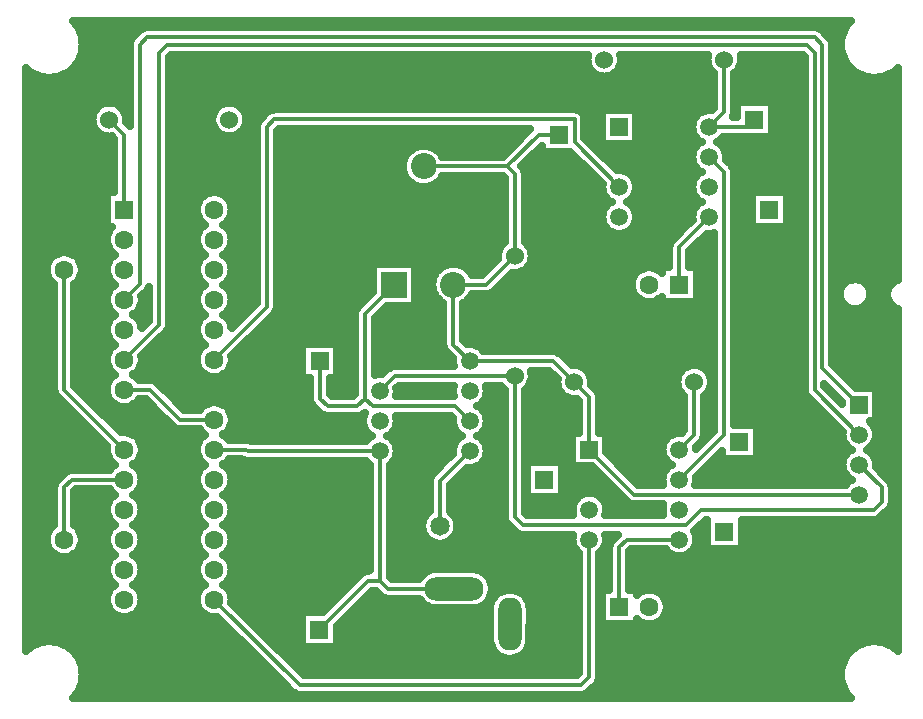
<source format=gbr>
G04 DipTrace 3.3.0.1*
G04 Bottom.gbr*
%MOMM*%
G04 #@! TF.FileFunction,Copper,L2,Bot*
G04 #@! TF.Part,Single*
G04 #@! TA.AperFunction,Conductor*
%ADD14C,0.33*%
G04 #@! TA.AperFunction,CopperBalancing*
%ADD15C,0.635*%
G04 #@! TA.AperFunction,ComponentPad*
%ADD16R,1.6X1.6*%
%ADD17C,1.6*%
%ADD18C,1.65*%
%ADD22O,4.5X2.0*%
%ADD23O,5.0X2.0*%
%ADD24O,2.0X4.5*%
%ADD25C,1.524*%
%ADD26C,1.524*%
%ADD27R,2.2X2.2*%
%ADD28C,2.2*%
%ADD29R,1.5X1.5*%
%ADD30C,1.5*%
%ADD31C,1.5*%
%FSLAX35Y35*%
G04*
G71*
G90*
G75*
G01*
G04 Bottom*
%LPD*%
X4179000Y3782000D2*
D14*
X4306000Y3909000D1*
X5322000D1*
Y2714500D1*
X5388000Y2648500D1*
X6776000D1*
X6903000Y2775500D1*
X8363500D1*
X8429500Y2841500D1*
Y2968500D1*
X8239000Y3159000D1*
X7096000Y6588000D2*
Y6143500D1*
X6969000Y6016500D1*
X7286500D1*
X7350000Y6080000D1*
X1508000Y4810000D2*
Y3794000D1*
X2016000Y3286000D1*
X3671000Y4036000D2*
Y3718510D1*
X3737000Y3652510D1*
X3988497D1*
X4054500Y3718510D1*
Y4435500D1*
X4302000Y4683000D1*
X4941000Y3528000D2*
X4816490Y3652510D1*
X4120503D1*
X4054500Y3718510D1*
X4687000Y2639000D2*
Y3020000D1*
X4941000Y3274000D1*
X1508000Y2524000D2*
Y2966000D1*
X1574000Y3032000D1*
X2016000D1*
X6715000Y4683000D2*
Y5000500D1*
X6969000Y5254500D1*
X2778000Y4048000D2*
X3221500Y4491500D1*
Y6016500D1*
X3287500Y6082500D1*
X5828500D1*
Y5887000D1*
X6207000Y5508500D1*
X5953000Y2524000D2*
Y1358490D1*
X5887000Y1292490D1*
X3501510D1*
X2778000Y2016000D1*
X6715000Y3032000D2*
X7093500Y3410500D1*
Y5638000D1*
X6969000Y5762500D1*
X6207000Y1952500D2*
Y2458000D1*
X6273000Y2524000D1*
X6715000D1*
Y3286000D2*
X6842000Y3413000D1*
Y3857500D1*
X1889000Y6080000D2*
X2016000Y5953000D1*
Y5318000D1*
Y4048000D2*
X2310070Y4342070D1*
Y6647700D1*
X2376070Y6713700D1*
X7794500D1*
X7860500Y6647700D1*
Y3791500D1*
X8239000Y3413000D1*
X2016000Y4556000D2*
X2145500Y4685500D1*
Y6713700D1*
X2211500Y6779700D1*
X7860500D1*
X7926500Y6713700D1*
Y3979500D1*
X8239000Y3667000D1*
X5699000Y5953000D2*
X5525997D1*
X5256000Y5683003D1*
X5322000Y5617003D1*
Y4925000D1*
X2778000Y3540000D2*
X2487430D1*
X2233430Y3794000D1*
X2016000D1*
X2778000Y3286000D2*
X3047400D1*
X3059400Y3274000D1*
X4179000D1*
X4552000Y5683000D2*
X5256000Y5683003D1*
X4179000Y3274000D2*
Y2173997D1*
X4078997D1*
X3667000Y1762000D1*
X5953000Y3286000D2*
X6334000Y2905000D1*
X8239000D1*
X5826000Y3857500D2*
X5953000Y3730500D1*
Y3286000D1*
X4941000Y4036000D2*
X5647500D1*
X5826000Y3857500D1*
X4802000Y4683000D2*
Y4175000D1*
X4941000Y4036000D1*
X5322000Y4925000D2*
X5080000Y4683000D1*
X4802000D1*
X4179000Y2173997D2*
X4244997Y2108000D1*
X4810000D1*
X1634397Y6851083D2*
D15*
X2161280D1*
X7910697D2*
X8112553D1*
X1659827Y6787917D2*
X2094833D1*
X7977143D2*
X8087127D1*
X1669303Y6724750D2*
X2056097D1*
X8015880D2*
X8077737D1*
X1664290Y6661583D2*
X2055367D1*
X8016610D2*
X8082660D1*
X1644240Y6598417D2*
X2055367D1*
X2400203D2*
X5930523D1*
X6229420D2*
X6946527D1*
X7245423D2*
X7770393D1*
X8016610D2*
X8102803D1*
X1604773Y6535250D2*
X2055367D1*
X2400203D2*
X5940187D1*
X6219760D2*
X6956187D1*
X7235763D2*
X7770393D1*
X8016610D2*
X8142270D1*
X1188147Y6472083D2*
X1231227D1*
X1530763D2*
X2055367D1*
X2400203D2*
X5989040D1*
X6170907D2*
X7005043D1*
X7186910D2*
X7770393D1*
X8016610D2*
X8216280D1*
X8515723D2*
X8558897D1*
X1188147Y6408917D2*
X2055367D1*
X2400203D2*
X7005863D1*
X7186180D2*
X7770393D1*
X8016610D2*
X8558897D1*
X1188147Y6345750D2*
X2055367D1*
X2400203D2*
X7005863D1*
X7186180D2*
X7770393D1*
X8016610D2*
X8558897D1*
X1188147Y6282583D2*
X2055367D1*
X2400203D2*
X7005863D1*
X7186180D2*
X7770393D1*
X8016610D2*
X8558897D1*
X1188147Y6219417D2*
X1848740D1*
X1929253D2*
X2055367D1*
X2400203D2*
X2864743D1*
X2945253D2*
X7005863D1*
X7503640D2*
X7770393D1*
X8016610D2*
X8558897D1*
X1188147Y6156250D2*
X1761057D1*
X2016933D2*
X2055367D1*
X2400203D2*
X2777060D1*
X3032937D2*
X3241357D1*
X5874590D2*
X6058400D1*
X6355660D2*
X6935863D1*
X7503640D2*
X7770393D1*
X8016610D2*
X8558897D1*
X1188147Y6093083D2*
X1739730D1*
X2400203D2*
X2755733D1*
X3054267D2*
X3173270D1*
X5917977D2*
X6058400D1*
X6355660D2*
X6842710D1*
X7503640D2*
X7770393D1*
X8016610D2*
X8558897D1*
X1188147Y6029917D2*
X1748207D1*
X2400203D2*
X2764210D1*
X3045790D2*
X3132437D1*
X5918613D2*
X6058400D1*
X6355660D2*
X6821020D1*
X7503640D2*
X7770393D1*
X8016610D2*
X8558897D1*
X1188147Y5966750D2*
X1794507D1*
X2400203D2*
X2810510D1*
X2999487D2*
X3131343D1*
X3311660D2*
X5414913D1*
X5918613D2*
X6058400D1*
X6355660D2*
X6829313D1*
X7503640D2*
X7770393D1*
X8016610D2*
X8558897D1*
X1188147Y5903583D2*
X1925850D1*
X2400203D2*
X3131343D1*
X3311660D2*
X5351747D1*
X5936753D2*
X6058400D1*
X6355660D2*
X6876070D1*
X7061947D2*
X7770393D1*
X8016610D2*
X8558897D1*
X1188147Y5840417D2*
X1925850D1*
X2400203D2*
X3131343D1*
X3311660D2*
X4464080D1*
X4639930D2*
X5288583D1*
X5999917D2*
X6843623D1*
X7094397D2*
X7770393D1*
X8016610D2*
X8558897D1*
X1188147Y5777250D2*
X1925850D1*
X2400203D2*
X3131343D1*
X3311660D2*
X4395447D1*
X4708470D2*
X5225420D1*
X5475100D2*
X5813400D1*
X6063080D2*
X6821110D1*
X7116910D2*
X7770393D1*
X8016610D2*
X8558897D1*
X1188147Y5714083D2*
X1925850D1*
X2400203D2*
X3131343D1*
X3311660D2*
X4371110D1*
X5411933D2*
X5876567D1*
X6126243D2*
X6828857D1*
X7142247D2*
X7770393D1*
X8016610D2*
X8558897D1*
X1188147Y5650917D2*
X1925850D1*
X2400203D2*
X3131343D1*
X3311660D2*
X4371293D1*
X5405007D2*
X5939730D1*
X6189410D2*
X6874340D1*
X7182623D2*
X7770393D1*
X8016610D2*
X8558897D1*
X1188147Y5587750D2*
X1925850D1*
X2400203D2*
X3131343D1*
X3311660D2*
X4396083D1*
X4707923D2*
X5226423D1*
X5412117D2*
X6002893D1*
X6331503D2*
X6844443D1*
X7183627D2*
X7770393D1*
X8016610D2*
X8558897D1*
X1188147Y5524583D2*
X1925850D1*
X2400203D2*
X3131343D1*
X3311660D2*
X4466083D1*
X4637923D2*
X5231890D1*
X5412117D2*
X6059313D1*
X6354747D2*
X6821293D1*
X7183627D2*
X7770393D1*
X8016610D2*
X8558897D1*
X1188147Y5461417D2*
X1862320D1*
X2400203D2*
X2738050D1*
X2817923D2*
X3131343D1*
X3311660D2*
X5231890D1*
X5412117D2*
X6066330D1*
X6347637D2*
X6828400D1*
X7183627D2*
X7323323D1*
X7630607D2*
X7770393D1*
X8016610D2*
X8558897D1*
X1188147Y5398250D2*
X1862320D1*
X2400203D2*
X2648180D1*
X2907887D2*
X3131343D1*
X3311660D2*
X5231890D1*
X5412117D2*
X6110720D1*
X6303340D2*
X6872697D1*
X7183627D2*
X7323323D1*
X7630607D2*
X7770393D1*
X8016610D2*
X8558897D1*
X1188147Y5335083D2*
X1862320D1*
X2400203D2*
X2625393D1*
X2930670D2*
X3131343D1*
X3311660D2*
X5231890D1*
X5412117D2*
X6083377D1*
X6330593D2*
X6845353D1*
X7183627D2*
X7323323D1*
X7630607D2*
X7770393D1*
X8016610D2*
X8558897D1*
X1188147Y5271917D2*
X1862320D1*
X2400203D2*
X2631773D1*
X2924200D2*
X3131343D1*
X3311660D2*
X5231890D1*
X5412117D2*
X6059403D1*
X6354563D2*
X6821473D1*
X7183627D2*
X7323323D1*
X7630607D2*
X7770393D1*
X8016610D2*
X8558897D1*
X1188147Y5208750D2*
X1862320D1*
X2400203D2*
X2672880D1*
X2883093D2*
X3131343D1*
X3311660D2*
X5231890D1*
X5412117D2*
X6065877D1*
X6348093D2*
X6798413D1*
X7183627D2*
X7323323D1*
X7630607D2*
X7770393D1*
X8016610D2*
X8558897D1*
X1188147Y5145583D2*
X1887020D1*
X2400203D2*
X2649000D1*
X2906973D2*
X3131343D1*
X3311660D2*
X5231890D1*
X5412117D2*
X6109080D1*
X6304890D2*
X6735250D1*
X7183627D2*
X7770393D1*
X8016610D2*
X8558897D1*
X1188147Y5082417D2*
X1863507D1*
X2400203D2*
X2625483D1*
X2930490D2*
X3131343D1*
X3311660D2*
X5231890D1*
X5412117D2*
X6672087D1*
X6921767D2*
X7003400D1*
X7183627D2*
X7770393D1*
X8016610D2*
X8558897D1*
X1188147Y5019250D2*
X1869340D1*
X2400203D2*
X2631317D1*
X2924657D2*
X3131343D1*
X3311660D2*
X5207463D1*
X5436543D2*
X6626970D1*
X6858600D2*
X7003400D1*
X7183627D2*
X7770393D1*
X8016610D2*
X8558897D1*
X1188147Y4956083D2*
X1482880D1*
X1533200D2*
X1909443D1*
X2400203D2*
X2671423D1*
X2884553D2*
X3131343D1*
X3311660D2*
X5175563D1*
X5468447D2*
X6624873D1*
X6805100D2*
X7003400D1*
X7183627D2*
X7770393D1*
X8016610D2*
X8558897D1*
X1188147Y4892917D2*
X1379887D1*
X1636127D2*
X1887933D1*
X2400203D2*
X2649913D1*
X2906063D2*
X3131343D1*
X3311660D2*
X5165080D1*
X5468170D2*
X6624873D1*
X6805100D2*
X7003400D1*
X7183627D2*
X7770393D1*
X8016610D2*
X8558897D1*
X1188147Y4829750D2*
X1355733D1*
X1660280D2*
X1863687D1*
X2400203D2*
X2625667D1*
X2930307D2*
X3131343D1*
X3311660D2*
X4118363D1*
X4485620D2*
X4696137D1*
X4907807D2*
X5101917D1*
X5435633D2*
X6442033D1*
X6479897D2*
X6561343D1*
X6868627D2*
X7003400D1*
X7183627D2*
X7770393D1*
X8016610D2*
X8558897D1*
X1188147Y4766583D2*
X1360927D1*
X1655087D2*
X1868883D1*
X2400203D2*
X2630863D1*
X2925113D2*
X3131343D1*
X3311660D2*
X4118363D1*
X4485620D2*
X4639260D1*
X5288433D2*
X6333387D1*
X6868627D2*
X7003400D1*
X7183627D2*
X7770393D1*
X8016610D2*
X8558897D1*
X1188147Y4703417D2*
X1400030D1*
X1615983D2*
X1907983D1*
X2400203D2*
X2669963D1*
X2886010D2*
X3131343D1*
X3311660D2*
X4118363D1*
X4485620D2*
X4619573D1*
X5225267D2*
X6308780D1*
X6868627D2*
X7003400D1*
X7183627D2*
X7770393D1*
X8016610D2*
X8119757D1*
X8286310D2*
X8519703D1*
X1188147Y4640250D2*
X1417893D1*
X1598120D2*
X1888843D1*
X2400203D2*
X2650823D1*
X2905150D2*
X3131343D1*
X3311660D2*
X4118363D1*
X4485620D2*
X4623583D1*
X5162103D2*
X6313700D1*
X6868627D2*
X7003400D1*
X7183627D2*
X7770393D1*
X8016610D2*
X8075277D1*
X8330790D2*
X8475223D1*
X1188147Y4577083D2*
X1417893D1*
X1598120D2*
X1863870D1*
X2168147D2*
X2219887D1*
X2400203D2*
X2625850D1*
X2930123D2*
X3131343D1*
X3311660D2*
X4071240D1*
X4485620D2*
X4653480D1*
X4950553D2*
X6352257D1*
X6868627D2*
X7003400D1*
X7183627D2*
X7770393D1*
X8016610D2*
X8071813D1*
X8334160D2*
X8471853D1*
X1188147Y4513917D2*
X1417893D1*
X1598120D2*
X1868520D1*
X2163497D2*
X2219887D1*
X2400203D2*
X2630497D1*
X2925477D2*
X3119040D1*
X3311660D2*
X4008077D1*
X4485620D2*
X4711903D1*
X4892130D2*
X7003400D1*
X7183627D2*
X7770393D1*
X8016610D2*
X8104717D1*
X8301257D2*
X8504757D1*
X1188147Y4450750D2*
X1417893D1*
X1598120D2*
X1906617D1*
X2125397D2*
X2219887D1*
X2400203D2*
X2668597D1*
X2887377D2*
X3055877D1*
X3301087D2*
X3965783D1*
X4194590D2*
X4711903D1*
X4892130D2*
X7003400D1*
X7183627D2*
X7770393D1*
X8016610D2*
X8558897D1*
X1188147Y4387583D2*
X1417893D1*
X1598120D2*
X1889757D1*
X2142260D2*
X2219887D1*
X2400203D2*
X2651733D1*
X2904240D2*
X2992710D1*
X3242390D2*
X3964327D1*
X4144643D2*
X4711903D1*
X4892130D2*
X7003400D1*
X7183627D2*
X7770393D1*
X8016610D2*
X8558897D1*
X1188147Y4324417D2*
X1417893D1*
X1598120D2*
X1864053D1*
X2398290D2*
X2626030D1*
X3179227D2*
X3964327D1*
X4144643D2*
X4711903D1*
X4892130D2*
X7003400D1*
X7183627D2*
X7770393D1*
X8016610D2*
X8558897D1*
X1188147Y4261250D2*
X1417893D1*
X1598120D2*
X1868153D1*
X2354083D2*
X2630133D1*
X3116063D2*
X3964327D1*
X4144643D2*
X4711903D1*
X4892130D2*
X7003400D1*
X7183627D2*
X7770393D1*
X8016610D2*
X8558897D1*
X1188147Y4198083D2*
X1417893D1*
X1598120D2*
X1905250D1*
X2290920D2*
X2667230D1*
X3052897D2*
X3964327D1*
X4144643D2*
X4711903D1*
X4903797D2*
X7003400D1*
X7183627D2*
X7770393D1*
X8016610D2*
X8558897D1*
X1188147Y4134917D2*
X1417893D1*
X1598120D2*
X1890757D1*
X2227753D2*
X2652737D1*
X2989733D2*
X3517347D1*
X3824630D2*
X3964327D1*
X4144643D2*
X4722113D1*
X5049630D2*
X7003400D1*
X7183627D2*
X7770393D1*
X8016610D2*
X8558897D1*
X1188147Y4071750D2*
X1417893D1*
X1598120D2*
X1864327D1*
X2167690D2*
X2626303D1*
X2929670D2*
X3517347D1*
X3824630D2*
X3964327D1*
X4144643D2*
X4780447D1*
X5736597D2*
X7003400D1*
X7183627D2*
X7770393D1*
X8016610D2*
X8558897D1*
X1188147Y4008583D2*
X1417893D1*
X1598120D2*
X1867697D1*
X2164227D2*
X2629770D1*
X2926297D2*
X3517347D1*
X3824630D2*
X3964327D1*
X4144643D2*
X4795030D1*
X5799760D2*
X7003400D1*
X7183627D2*
X7770393D1*
X8022260D2*
X8558897D1*
X1188147Y3945417D2*
X1417893D1*
X1598120D2*
X1903973D1*
X2128040D2*
X2665953D1*
X2890020D2*
X3517347D1*
X3824630D2*
X3964327D1*
X4144643D2*
X4217530D1*
X5467170D2*
X5613247D1*
X5945777D2*
X6722217D1*
X6961780D2*
X7003400D1*
X7183627D2*
X7770393D1*
X8085423D2*
X8558897D1*
X1188147Y3882250D2*
X1417893D1*
X1598120D2*
X1891760D1*
X2140253D2*
X3580877D1*
X3761100D2*
X3964327D1*
X5469357D2*
X5676410D1*
X5973667D2*
X6694327D1*
X7183627D2*
X7770393D1*
X8148587D2*
X8558897D1*
X1188147Y3819083D2*
X1417893D1*
X1607780D2*
X1864507D1*
X2333210D2*
X3580877D1*
X3761100D2*
X3964327D1*
X4340970D2*
X4797307D1*
X5084720D2*
X5203817D1*
X5440190D2*
X5681423D1*
X5989253D2*
X6697423D1*
X7183627D2*
X7770393D1*
X8211753D2*
X8558897D1*
X1188147Y3755917D2*
X1427007D1*
X1670947D2*
X1867333D1*
X2396373D2*
X3580877D1*
X3761100D2*
X3964327D1*
X4325203D2*
X4794757D1*
X5087273D2*
X5231890D1*
X5412117D2*
X5718337D1*
X6039200D2*
X6734340D1*
X6949657D2*
X7003400D1*
X7183627D2*
X7778323D1*
X8387663D2*
X8558897D1*
X1188147Y3692750D2*
X1484430D1*
X1734110D2*
X1902697D1*
X2129317D2*
X2209860D1*
X2459540D2*
X3584887D1*
X5058197D2*
X5231890D1*
X5412117D2*
X5862893D1*
X6043120D2*
X6751840D1*
X6932157D2*
X7003400D1*
X7183627D2*
X7834377D1*
X8387663D2*
X8558897D1*
X1188147Y3629583D2*
X1547593D1*
X1797273D2*
X2273023D1*
X2522703D2*
X2654743D1*
X2901230D2*
X3635107D1*
X5046987D2*
X5231890D1*
X5412117D2*
X5862893D1*
X6043120D2*
X6751840D1*
X6932157D2*
X7003400D1*
X7183627D2*
X7897543D1*
X8387663D2*
X8558897D1*
X1188147Y3566417D2*
X1610757D1*
X1860437D2*
X2336187D1*
X2929213D2*
X4035603D1*
X4322377D2*
X4777710D1*
X5084357D2*
X5231890D1*
X5412117D2*
X5862893D1*
X6043120D2*
X6751840D1*
X6932157D2*
X7003400D1*
X7183627D2*
X7960707D1*
X8387663D2*
X8558897D1*
X1188147Y3503250D2*
X1673923D1*
X1923600D2*
X2399353D1*
X2927027D2*
X4032503D1*
X4325477D2*
X4794573D1*
X5087457D2*
X5231890D1*
X5412117D2*
X5862893D1*
X6043120D2*
X6751840D1*
X6932157D2*
X7003400D1*
X7183627D2*
X8023870D1*
X8355397D2*
X8558897D1*
X1188147Y3440083D2*
X1737087D1*
X1986767D2*
X2663400D1*
X2892573D2*
X4060757D1*
X4297220D2*
X4822737D1*
X5059200D2*
X5231890D1*
X5412117D2*
X5862893D1*
X6043120D2*
X6744273D1*
X6932157D2*
X6998207D1*
X7376673D2*
X8087033D1*
X8385020D2*
X8558897D1*
X1188147Y3376917D2*
X1800250D1*
X2138250D2*
X2655747D1*
X2900230D2*
X4074430D1*
X4283640D2*
X4836410D1*
X5045620D2*
X5231890D1*
X5412117D2*
X5804377D1*
X6101637D2*
X6599170D1*
X7376673D2*
X8095053D1*
X8383017D2*
X8558897D1*
X1188147Y3313750D2*
X1863413D1*
X2166960D2*
X2627033D1*
X4322013D2*
X4798037D1*
X5083993D2*
X5231890D1*
X5412117D2*
X5804377D1*
X6101637D2*
X6569090D1*
X7376673D2*
X8130693D1*
X8347287D2*
X8558897D1*
X1188147Y3250583D2*
X1866697D1*
X2165320D2*
X2628673D1*
X4325660D2*
X4792750D1*
X5087730D2*
X5231890D1*
X5412117D2*
X5804377D1*
X6113303D2*
X6570823D1*
X7376673D2*
X8123767D1*
X8354213D2*
X8558897D1*
X1188147Y3187417D2*
X1900237D1*
X2131780D2*
X2662217D1*
X2893757D2*
X4059757D1*
X4298223D2*
X4729587D1*
X5060293D2*
X5231890D1*
X5412117D2*
X5804377D1*
X6176467D2*
X6606007D1*
X6995230D2*
X8093233D1*
X8384747D2*
X8558897D1*
X1188147Y3124250D2*
X1894860D1*
X2137157D2*
X2656840D1*
X2899137D2*
X4088830D1*
X4269147D2*
X4666423D1*
X4916100D2*
X5231890D1*
X5725660D2*
X5989860D1*
X6239630D2*
X6600353D1*
X6932063D2*
X8094690D1*
X8398600D2*
X8558897D1*
X1188147Y3061083D2*
X1478233D1*
X2166780D2*
X2627217D1*
X2928757D2*
X4088830D1*
X4269147D2*
X4607633D1*
X4852937D2*
X5231890D1*
X5725660D2*
X6053023D1*
X6302793D2*
X6569363D1*
X6868900D2*
X8129417D1*
X8461767D2*
X8558897D1*
X1188147Y2997917D2*
X1424183D1*
X2165683D2*
X2628400D1*
X2927663D2*
X4088830D1*
X4269147D2*
X4596877D1*
X4789773D2*
X5231890D1*
X5725660D2*
X6116280D1*
X6365957D2*
X6570460D1*
X6859513D2*
X8124860D1*
X8514267D2*
X8558897D1*
X1188147Y2934750D2*
X1417893D1*
X1601583D2*
X1899053D1*
X2132963D2*
X2661030D1*
X2894943D2*
X4088830D1*
X4269147D2*
X4596877D1*
X4777103D2*
X5231890D1*
X5725660D2*
X6179443D1*
X8519643D2*
X8558897D1*
X1188147Y2871583D2*
X1417893D1*
X1598120D2*
X1895953D1*
X2136063D2*
X2657933D1*
X2898133D2*
X4088830D1*
X4269147D2*
X4596877D1*
X4777103D2*
X5231890D1*
X5412117D2*
X5839470D1*
X6066543D2*
X6242607D1*
X8519643D2*
X8558897D1*
X1188147Y2808417D2*
X1417893D1*
X1598120D2*
X1865510D1*
X2166503D2*
X2627490D1*
X2928483D2*
X4088830D1*
X4269147D2*
X4596877D1*
X4777103D2*
X5231890D1*
X5412117D2*
X5807660D1*
X6098353D2*
X6569637D1*
X8512807D2*
X8558897D1*
X1188147Y2745250D2*
X1417893D1*
X1598120D2*
X1866057D1*
X2165957D2*
X2628037D1*
X2927937D2*
X4088830D1*
X4269147D2*
X4575093D1*
X4798980D2*
X5231890D1*
X5416127D2*
X5808207D1*
X6097807D2*
X6570187D1*
X8458120D2*
X8558897D1*
X1188147Y2682083D2*
X1417893D1*
X1598120D2*
X1897867D1*
X2134147D2*
X2659847D1*
X2896127D2*
X4088830D1*
X4269147D2*
X4537177D1*
X4836803D2*
X5238363D1*
X7249617D2*
X8558897D1*
X1188147Y2618917D2*
X1389000D1*
X1627013D2*
X1897047D1*
X2134970D2*
X2659027D1*
X2896947D2*
X4088830D1*
X4269147D2*
X4532257D1*
X4841817D2*
X5292777D1*
X6871270D2*
X6942333D1*
X7249617D2*
X8558897D1*
X1188147Y2555750D2*
X1357830D1*
X1658183D2*
X1865783D1*
X2166140D2*
X2627853D1*
X2928210D2*
X4088830D1*
X4269147D2*
X4556137D1*
X4817847D2*
X5807933D1*
X6098080D2*
X6179900D1*
X6860060D2*
X6942333D1*
X7249617D2*
X8558897D1*
X1188147Y2492583D2*
X1357737D1*
X1658277D2*
X1865783D1*
X2166230D2*
X2627763D1*
X2928210D2*
X4088830D1*
X4269147D2*
X4649013D1*
X4724970D2*
X5807840D1*
X6098170D2*
X6124300D1*
X6860150D2*
X6942333D1*
X7249617D2*
X8558897D1*
X1188147Y2429417D2*
X1388727D1*
X1627287D2*
X1896773D1*
X2135243D2*
X2658753D1*
X2897220D2*
X4088830D1*
X4269147D2*
X5840380D1*
X6065633D2*
X6116827D1*
X6303250D2*
X6602360D1*
X6827613D2*
X8558897D1*
X1188147Y2366250D2*
X1898140D1*
X2133873D2*
X2660120D1*
X2895853D2*
X4088830D1*
X4269147D2*
X5862893D1*
X6043120D2*
X6116827D1*
X6297143D2*
X8558897D1*
X1188147Y2303083D2*
X1866150D1*
X2165867D2*
X2628127D1*
X2927847D2*
X4088830D1*
X4269147D2*
X5862893D1*
X6043120D2*
X6116827D1*
X6297143D2*
X8558897D1*
X1188147Y2239917D2*
X1865420D1*
X2166503D2*
X2627490D1*
X2928577D2*
X4020927D1*
X4269147D2*
X4550757D1*
X5069227D2*
X5862893D1*
X6043120D2*
X6116827D1*
X6297143D2*
X8558897D1*
X1188147Y2176750D2*
X1895680D1*
X2136337D2*
X2657660D1*
X2898407D2*
X3956943D1*
X5118900D2*
X5862893D1*
X6043120D2*
X6116827D1*
X6297143D2*
X8558897D1*
X1188147Y2113583D2*
X1899327D1*
X2132690D2*
X2661303D1*
X2894670D2*
X3893780D1*
X5133577D2*
X5862893D1*
X6043120D2*
X6116827D1*
X6297143D2*
X8558897D1*
X1188147Y2050417D2*
X1866423D1*
X2165593D2*
X2628400D1*
X2927573D2*
X3830523D1*
X4080293D2*
X4177697D1*
X5123457D2*
X5154507D1*
X5405553D2*
X5862893D1*
X6577417D2*
X8558897D1*
X1188147Y1987250D2*
X1865237D1*
X2166780D2*
X2627217D1*
X2931583D2*
X3767360D1*
X4017130D2*
X4537907D1*
X5082170D2*
X5115407D1*
X5444563D2*
X5862893D1*
X6610503D2*
X8558897D1*
X1188147Y1924083D2*
X1894587D1*
X2137430D2*
X2656567D1*
X2994747D2*
X3704197D1*
X3953967D2*
X5106383D1*
X5453680D2*
X5862893D1*
X6611870D2*
X8558897D1*
X1188147Y1860917D2*
X2808233D1*
X3057910D2*
X3513337D1*
X3890803D2*
X5106383D1*
X5453680D2*
X5862893D1*
X6582703D2*
X8558897D1*
X1188147Y1797750D2*
X2871397D1*
X3121077D2*
X3513337D1*
X3827637D2*
X5106383D1*
X5453680D2*
X5862893D1*
X6043120D2*
X8558897D1*
X1188147Y1734583D2*
X2934560D1*
X3184240D2*
X3513337D1*
X3820620D2*
X5106383D1*
X5453680D2*
X5862893D1*
X6043120D2*
X8558897D1*
X1188147Y1671417D2*
X2997723D1*
X3247403D2*
X3513337D1*
X3820620D2*
X5106747D1*
X5453223D2*
X5862893D1*
X6043120D2*
X8558897D1*
X1188147Y1608250D2*
X1207590D1*
X1554460D2*
X3060887D1*
X3310567D2*
X5123973D1*
X5435997D2*
X5862893D1*
X6043120D2*
X8192490D1*
X8539513D2*
X8558897D1*
X1616803Y1545083D2*
X3124053D1*
X3373730D2*
X5178937D1*
X5381037D2*
X5862893D1*
X6043120D2*
X8130237D1*
X1650803Y1481917D2*
X3187217D1*
X3436897D2*
X5862893D1*
X6043120D2*
X8096240D1*
X1666933Y1418750D2*
X3250380D1*
X3500060D2*
X5862893D1*
X6043120D2*
X8080107D1*
X1668303Y1355583D2*
X3313543D1*
X6043120D2*
X8078740D1*
X1655177Y1292417D2*
X3376710D1*
X6011767D2*
X8091863D1*
X1625100Y1229250D2*
X3440147D1*
X5948327D2*
X8121853D1*
X3547043Y4183290D2*
X3818290D1*
Y3888710D1*
X3754760D1*
X3754790Y3753173D1*
X3771690Y3736317D1*
X3953837Y3736300D1*
X3970693Y3753200D1*
X3970967Y4442073D1*
X3973027Y4455060D1*
X3977087Y4467567D1*
X3983057Y4479280D1*
X3990787Y4489917D1*
X4110747Y4610243D1*
X4124730Y4624227D1*
X4124710Y4860290D1*
X4479290D1*
Y4505710D1*
X4243133D1*
X4138317Y4400820D1*
X4138290Y3918430D1*
X4156740Y3922537D1*
X4179000Y3924290D1*
X4201043Y3922563D1*
X4251583Y3972713D1*
X4262220Y3980443D1*
X4273933Y3986413D1*
X4286440Y3990473D1*
X4299427Y3992533D1*
X4469333Y3992790D1*
X4805387D1*
X4800463Y4013740D1*
X4798710Y4036000D1*
X4800437Y4058043D1*
X4738287Y4120583D1*
X4730557Y4131220D1*
X4724587Y4142933D1*
X4720527Y4155440D1*
X4718467Y4168427D1*
X4718210Y4338333D1*
Y4526733D1*
X4697790Y4539570D1*
X4676637Y4557637D1*
X4658570Y4578790D1*
X4644033Y4602513D1*
X4633387Y4628213D1*
X4626893Y4655267D1*
X4624710Y4683000D1*
X4626893Y4710733D1*
X4633387Y4737787D1*
X4644033Y4763487D1*
X4658570Y4787210D1*
X4676637Y4808363D1*
X4697790Y4826430D1*
X4721513Y4840967D1*
X4747213Y4851613D1*
X4774267Y4858107D1*
X4802000Y4860290D1*
X4829733Y4858107D1*
X4856787Y4851613D1*
X4882487Y4840967D1*
X4906210Y4826430D1*
X4927363Y4808363D1*
X4945430Y4787210D1*
X4958133Y4766760D1*
X5045267Y4766790D1*
X5180393Y4901890D1*
X5178510Y4925000D1*
X5180277Y4947447D1*
X5185533Y4969340D1*
X5194150Y4990143D1*
X5205913Y5009340D1*
X5220537Y5026463D1*
X5238207Y5041453D1*
X5238210Y5582253D1*
X5221310Y5599197D1*
X4708307Y5599210D1*
X4695430Y5578790D1*
X4677363Y5557637D1*
X4656210Y5539570D1*
X4632487Y5525033D1*
X4606787Y5514387D1*
X4579733Y5507893D1*
X4552000Y5505710D1*
X4524267Y5507893D1*
X4497213Y5514387D1*
X4471513Y5525033D1*
X4447790Y5539570D1*
X4426637Y5557637D1*
X4408570Y5578790D1*
X4394033Y5602513D1*
X4383387Y5628213D1*
X4376893Y5655267D1*
X4374710Y5683000D1*
X4376893Y5710733D1*
X4383387Y5737787D1*
X4394033Y5763487D1*
X4408570Y5787210D1*
X4426637Y5808363D1*
X4447790Y5826430D1*
X4471513Y5840967D1*
X4497213Y5851613D1*
X4524267Y5858107D1*
X4552000Y5860290D1*
X4579733Y5858107D1*
X4606787Y5851613D1*
X4632487Y5840967D1*
X4656210Y5826430D1*
X4677363Y5808363D1*
X4695430Y5787210D1*
X4708133Y5766760D1*
X5221283Y5766793D1*
X5453200Y5998697D1*
X3322263Y5998710D1*
X3305307Y5981810D1*
X3305033Y4484927D1*
X3302977Y4471940D1*
X3298913Y4459433D1*
X3292943Y4447720D1*
X3285213Y4437083D1*
X3165253Y4316757D1*
X2922860Y4074360D1*
X2924837Y4059557D1*
Y4036443D1*
X2921220Y4013617D1*
X2914077Y3991633D1*
X2903587Y3971040D1*
X2890000Y3952343D1*
X2873657Y3936000D1*
X2854960Y3922413D1*
X2834367Y3911923D1*
X2812383Y3904780D1*
X2789557Y3901163D1*
X2766443D1*
X2743617Y3904780D1*
X2721633Y3911923D1*
X2701040Y3922413D1*
X2682343Y3936000D1*
X2666000Y3952343D1*
X2652413Y3971040D1*
X2641923Y3991633D1*
X2634780Y4013617D1*
X2631163Y4036443D1*
Y4059557D1*
X2634780Y4082383D1*
X2641923Y4104367D1*
X2652413Y4124960D1*
X2666000Y4143657D1*
X2682343Y4160000D1*
X2701040Y4173587D1*
X2703447Y4174933D1*
X2691427Y4182840D1*
X2673850Y4197850D1*
X2658840Y4215427D1*
X2646763Y4235133D1*
X2637920Y4256483D1*
X2632523Y4278960D1*
X2630710Y4302000D1*
X2632523Y4325040D1*
X2637920Y4347517D1*
X2646763Y4368867D1*
X2658840Y4388573D1*
X2673850Y4406150D1*
X2691427Y4421160D1*
X2703447Y4428933D1*
X2691427Y4436840D1*
X2673850Y4451850D1*
X2658840Y4469427D1*
X2646763Y4489133D1*
X2637920Y4510483D1*
X2632523Y4532960D1*
X2630710Y4556000D1*
X2632523Y4579040D1*
X2637920Y4601517D1*
X2646763Y4622867D1*
X2658840Y4642573D1*
X2673850Y4660150D1*
X2691427Y4675160D1*
X2703447Y4682933D1*
X2691427Y4690840D1*
X2673850Y4705850D1*
X2658840Y4723427D1*
X2646763Y4743133D1*
X2637920Y4764483D1*
X2632523Y4786960D1*
X2630710Y4810000D1*
X2632523Y4833040D1*
X2637920Y4855517D1*
X2646763Y4876867D1*
X2658840Y4896573D1*
X2673850Y4914150D1*
X2691427Y4929160D1*
X2703447Y4936933D1*
X2691427Y4944840D1*
X2673850Y4959850D1*
X2658840Y4977427D1*
X2646763Y4997133D1*
X2637920Y5018483D1*
X2632523Y5040960D1*
X2630710Y5064000D1*
X2632523Y5087040D1*
X2637920Y5109517D1*
X2646763Y5130867D1*
X2658840Y5150573D1*
X2673850Y5168150D1*
X2691427Y5183160D1*
X2703447Y5190933D1*
X2691427Y5198840D1*
X2673850Y5213850D1*
X2658840Y5231427D1*
X2646763Y5251133D1*
X2637920Y5272483D1*
X2632523Y5294960D1*
X2630710Y5318000D1*
X2632523Y5341040D1*
X2637920Y5363517D1*
X2646763Y5384867D1*
X2658840Y5404573D1*
X2673850Y5422150D1*
X2691427Y5437160D1*
X2711133Y5449237D1*
X2732483Y5458080D1*
X2754960Y5463477D1*
X2778000Y5465290D1*
X2801040Y5463477D1*
X2823517Y5458080D1*
X2844867Y5449237D1*
X2864573Y5437160D1*
X2882150Y5422150D1*
X2897160Y5404573D1*
X2909237Y5384867D1*
X2918080Y5363517D1*
X2923477Y5341040D1*
X2925290Y5318000D1*
X2923477Y5294960D1*
X2918080Y5272483D1*
X2909237Y5251133D1*
X2897160Y5231427D1*
X2882150Y5213850D1*
X2864573Y5198840D1*
X2852553Y5191067D1*
X2864573Y5183160D1*
X2882150Y5168150D1*
X2897160Y5150573D1*
X2909237Y5130867D1*
X2918080Y5109517D1*
X2923477Y5087040D1*
X2925290Y5064000D1*
X2923477Y5040960D1*
X2918080Y5018483D1*
X2909237Y4997133D1*
X2897160Y4977427D1*
X2882150Y4959850D1*
X2864573Y4944840D1*
X2852553Y4937067D1*
X2864573Y4929160D1*
X2882150Y4914150D1*
X2897160Y4896573D1*
X2909237Y4876867D1*
X2918080Y4855517D1*
X2923477Y4833040D1*
X2925290Y4810000D1*
X2923477Y4786960D1*
X2918080Y4764483D1*
X2909237Y4743133D1*
X2897160Y4723427D1*
X2882150Y4705850D1*
X2864573Y4690840D1*
X2852553Y4683067D1*
X2864573Y4675160D1*
X2882150Y4660150D1*
X2897160Y4642573D1*
X2909237Y4622867D1*
X2918080Y4601517D1*
X2923477Y4579040D1*
X2925290Y4556000D1*
X2923477Y4532960D1*
X2918080Y4510483D1*
X2909237Y4489133D1*
X2897160Y4469427D1*
X2882150Y4451850D1*
X2864573Y4436840D1*
X2852553Y4429067D1*
X2864573Y4421160D1*
X2882150Y4406150D1*
X2897160Y4388573D1*
X2909237Y4368867D1*
X2918080Y4347517D1*
X2923477Y4325040D1*
X2924843Y4313330D1*
X3137740Y4526237D1*
X3137967Y6023073D1*
X3140023Y6036060D1*
X3144087Y6048567D1*
X3150057Y6060280D1*
X3157787Y6070917D1*
X3228250Y6141750D1*
X3238250Y6150287D1*
X3249460Y6157157D1*
X3261607Y6162190D1*
X3274393Y6165260D1*
X3287500Y6166290D1*
X5835073Y6166033D1*
X5848060Y6163977D1*
X5860567Y6159913D1*
X5872280Y6153943D1*
X5882917Y6146213D1*
X5892213Y6136917D1*
X5899943Y6126280D1*
X5905913Y6114567D1*
X5909977Y6102060D1*
X5912033Y6089073D1*
X5912290Y5921627D1*
X6184927Y5649070D1*
X6207000Y5650790D1*
X6229260Y5649037D1*
X6250970Y5643827D1*
X6271597Y5635280D1*
X6290637Y5623617D1*
X6307613Y5609113D1*
X6322117Y5592137D1*
X6333780Y5573097D1*
X6342327Y5552470D1*
X6347537Y5530760D1*
X6349290Y5508500D1*
X6347537Y5486240D1*
X6342327Y5464530D1*
X6333780Y5443903D1*
X6322117Y5424863D1*
X6307613Y5407887D1*
X6290637Y5393383D1*
X6271163Y5381517D1*
X6290637Y5369617D1*
X6307613Y5355113D1*
X6322117Y5338137D1*
X6333780Y5319097D1*
X6342327Y5298470D1*
X6347537Y5276760D1*
X6349290Y5254500D1*
X6347537Y5232240D1*
X6342327Y5210530D1*
X6333780Y5189903D1*
X6322117Y5170863D1*
X6307613Y5153887D1*
X6290637Y5139383D1*
X6271597Y5127720D1*
X6250970Y5119173D1*
X6229260Y5113963D1*
X6207000Y5112210D1*
X6184740Y5113963D1*
X6163030Y5119173D1*
X6142403Y5127720D1*
X6123363Y5139383D1*
X6106387Y5153887D1*
X6091883Y5170863D1*
X6080220Y5189903D1*
X6071673Y5210530D1*
X6066463Y5232240D1*
X6064710Y5254500D1*
X6066463Y5276760D1*
X6071673Y5298470D1*
X6080220Y5319097D1*
X6091883Y5338137D1*
X6106387Y5355113D1*
X6123363Y5369617D1*
X6142837Y5381483D1*
X6123363Y5393383D1*
X6106387Y5407887D1*
X6091883Y5424863D1*
X6080220Y5443903D1*
X6071673Y5464530D1*
X6066463Y5486240D1*
X6064710Y5508500D1*
X6066437Y5530543D1*
X5791280Y5805723D1*
X5551710Y5805710D1*
Y5860123D1*
X5374563Y5683063D1*
X5389787Y5666253D1*
X5396657Y5655043D1*
X5401690Y5642897D1*
X5404760Y5630110D1*
X5405790Y5617003D1*
X5406340Y5041087D1*
X5423463Y5026463D1*
X5438087Y5009340D1*
X5449850Y4990143D1*
X5458467Y4969340D1*
X5463723Y4947447D1*
X5465490Y4925000D1*
X5463723Y4902553D1*
X5458467Y4880660D1*
X5449850Y4859857D1*
X5438087Y4840660D1*
X5423463Y4823537D1*
X5406340Y4808913D1*
X5387143Y4797150D1*
X5366340Y4788533D1*
X5344447Y4783277D1*
X5322000Y4781510D1*
X5298907Y4783407D1*
X5134417Y4619287D1*
X5123780Y4611557D1*
X5112067Y4605587D1*
X5099560Y4601527D1*
X5086573Y4599467D1*
X4958320Y4599210D1*
X4945430Y4578790D1*
X4927363Y4557637D1*
X4906210Y4539570D1*
X4885760Y4526867D1*
X4885790Y4209680D1*
X4918930Y4176567D1*
X4941000Y4178290D1*
X4963260Y4176537D1*
X4984970Y4171327D1*
X5005597Y4162780D1*
X5024637Y4151117D1*
X5041613Y4136613D1*
X5055980Y4119807D1*
X5654073Y4119533D1*
X5667060Y4117473D1*
X5679567Y4113413D1*
X5691280Y4107443D1*
X5701917Y4099713D1*
X5802843Y3999153D1*
X5826000Y4000990D1*
X5848447Y3999223D1*
X5870340Y3993967D1*
X5891143Y3985350D1*
X5910340Y3973587D1*
X5927463Y3958963D1*
X5942087Y3941840D1*
X5953850Y3922643D1*
X5962467Y3901840D1*
X5967723Y3879947D1*
X5969490Y3857500D1*
X5967593Y3834407D1*
X6016713Y3784917D1*
X6024443Y3774280D1*
X6030413Y3762567D1*
X6034477Y3750060D1*
X6036533Y3737073D1*
X6036790Y3567167D1*
Y3428350D1*
X6095290Y3428290D1*
Y3262130D1*
X6368720Y2988777D1*
X6579457Y2988790D1*
X6574463Y3009740D1*
X6572710Y3032000D1*
X6574463Y3054260D1*
X6579673Y3075970D1*
X6588220Y3096597D1*
X6599883Y3115637D1*
X6614387Y3132613D1*
X6631363Y3147117D1*
X6650837Y3158983D1*
X6631363Y3170883D1*
X6614387Y3185387D1*
X6599883Y3202363D1*
X6588220Y3221403D1*
X6579673Y3242030D1*
X6574463Y3263740D1*
X6572710Y3286000D1*
X6574463Y3308260D1*
X6579673Y3329970D1*
X6588220Y3350597D1*
X6599883Y3369637D1*
X6614387Y3386613D1*
X6631363Y3401117D1*
X6650403Y3412780D1*
X6671030Y3421327D1*
X6692740Y3426537D1*
X6715000Y3428290D1*
X6737043Y3426563D1*
X6758163Y3447660D1*
X6758210Y3741033D1*
X6740537Y3756037D1*
X6725913Y3773160D1*
X6714150Y3792357D1*
X6705533Y3813160D1*
X6700277Y3835053D1*
X6698510Y3857500D1*
X6700277Y3879947D1*
X6705533Y3901840D1*
X6714150Y3922643D1*
X6725913Y3941840D1*
X6740537Y3958963D1*
X6757660Y3973587D1*
X6776857Y3985350D1*
X6797660Y3993967D1*
X6819553Y3999223D1*
X6842000Y4000990D1*
X6864447Y3999223D1*
X6886340Y3993967D1*
X6907143Y3985350D1*
X6926340Y3973587D1*
X6943463Y3958963D1*
X6958087Y3941840D1*
X6969850Y3922643D1*
X6978467Y3901840D1*
X6983723Y3879947D1*
X6985490Y3857500D1*
X6983723Y3835053D1*
X6978467Y3813160D1*
X6969850Y3792357D1*
X6958087Y3773160D1*
X6943463Y3756037D1*
X6925793Y3741047D1*
X6925533Y3406427D1*
X6923477Y3393440D1*
X6919413Y3380933D1*
X6913443Y3369220D1*
X6905713Y3358583D1*
X6855553Y3308057D1*
X6857033Y3292497D1*
X7009647Y3445143D1*
X7009710Y5118117D1*
X6991260Y5113963D1*
X6969000Y5112210D1*
X6946957Y5113937D1*
X6798743Y4965747D1*
X6798790Y4830330D1*
X6862290Y4830290D1*
Y4535710D1*
X6567710D1*
Y4581557D1*
X6556657Y4571000D1*
X6537960Y4557413D1*
X6517367Y4546923D1*
X6495383Y4539780D1*
X6472557Y4536163D1*
X6449443D1*
X6426617Y4539780D1*
X6404633Y4546923D1*
X6384040Y4557413D1*
X6365343Y4571000D1*
X6349000Y4587343D1*
X6335413Y4606040D1*
X6324923Y4626633D1*
X6317780Y4648617D1*
X6314163Y4671443D1*
Y4694557D1*
X6317780Y4717383D1*
X6324923Y4739367D1*
X6335413Y4759960D1*
X6349000Y4778657D1*
X6365343Y4795000D1*
X6384040Y4808587D1*
X6404633Y4819077D1*
X6426617Y4826220D1*
X6449443Y4829837D1*
X6472557D1*
X6495383Y4826220D1*
X6517367Y4819077D1*
X6537960Y4808587D1*
X6556657Y4795000D1*
X6567697Y4784397D1*
X6567710Y4830290D1*
X6631240D1*
X6631467Y5007073D1*
X6633523Y5020060D1*
X6637587Y5032567D1*
X6643557Y5044280D1*
X6651287Y5054917D1*
X6771247Y5175243D1*
X6828413Y5232410D1*
X6826710Y5254500D1*
X6828463Y5276760D1*
X6833673Y5298470D1*
X6842220Y5319097D1*
X6853883Y5338137D1*
X6868387Y5355113D1*
X6885363Y5369617D1*
X6904837Y5381483D1*
X6885363Y5393383D1*
X6868387Y5407887D1*
X6853883Y5424863D1*
X6842220Y5443903D1*
X6833673Y5464530D1*
X6828463Y5486240D1*
X6826710Y5508500D1*
X6828463Y5530760D1*
X6833673Y5552470D1*
X6842220Y5573097D1*
X6853883Y5592137D1*
X6868387Y5609113D1*
X6885363Y5623617D1*
X6904837Y5635483D1*
X6885363Y5647383D1*
X6868387Y5661887D1*
X6853883Y5678863D1*
X6842220Y5697903D1*
X6833673Y5718530D1*
X6828463Y5740240D1*
X6826710Y5762500D1*
X6828463Y5784760D1*
X6833673Y5806470D1*
X6842220Y5827097D1*
X6853883Y5846137D1*
X6868387Y5863113D1*
X6885363Y5877617D1*
X6904837Y5889483D1*
X6885363Y5901383D1*
X6868387Y5915887D1*
X6853883Y5932863D1*
X6842220Y5951903D1*
X6833673Y5972530D1*
X6828463Y5994240D1*
X6826710Y6016500D1*
X6828463Y6038760D1*
X6833673Y6060470D1*
X6842220Y6081097D1*
X6853883Y6100137D1*
X6868387Y6117113D1*
X6885363Y6131617D1*
X6904403Y6143280D1*
X6925030Y6151827D1*
X6946740Y6157037D1*
X6969000Y6158790D1*
X6991043Y6157063D1*
X7012163Y6178160D1*
X7012210Y6471533D1*
X6994537Y6486537D1*
X6979913Y6503660D1*
X6968150Y6522857D1*
X6959533Y6543660D1*
X6954277Y6565553D1*
X6952510Y6588000D1*
X6954277Y6610447D1*
X6958853Y6629927D1*
X6217220Y6629910D1*
X6221723Y6610447D1*
X6223490Y6588000D1*
X6221723Y6565553D1*
X6216467Y6543660D1*
X6207850Y6522857D1*
X6196087Y6503660D1*
X6181463Y6486537D1*
X6164340Y6471913D1*
X6145143Y6460150D1*
X6124340Y6451533D1*
X6102447Y6446277D1*
X6080000Y6444510D1*
X6057553Y6446277D1*
X6035660Y6451533D1*
X6014857Y6460150D1*
X5995660Y6471913D1*
X5978537Y6486537D1*
X5963913Y6503660D1*
X5952150Y6522857D1*
X5943533Y6543660D1*
X5938277Y6565553D1*
X5936510Y6588000D1*
X5938277Y6610447D1*
X5942853Y6629927D1*
X2410790Y6629910D1*
X2393877Y6613010D1*
X2393603Y4335497D1*
X2391547Y4322510D1*
X2387483Y4310003D1*
X2381513Y4298290D1*
X2373783Y4287653D1*
X2253823Y4167327D1*
X2160953Y4074457D1*
X2162837Y4059557D1*
Y4036443D1*
X2159220Y4013617D1*
X2152077Y3991633D1*
X2141587Y3971040D1*
X2128000Y3952343D1*
X2111657Y3936000D1*
X2092960Y3922413D1*
X2090553Y3921067D1*
X2102573Y3913160D1*
X2120150Y3898150D1*
X2135160Y3880573D1*
X2137043Y3877757D1*
X2240003Y3877533D1*
X2252990Y3875477D1*
X2265497Y3871413D1*
X2277210Y3865443D1*
X2287847Y3857713D1*
X2408173Y3737753D1*
X2522183Y3623743D1*
X2656870Y3623790D1*
X2666000Y3635657D1*
X2682343Y3652000D1*
X2701040Y3665587D1*
X2721633Y3676077D1*
X2743617Y3683220D1*
X2766443Y3686837D1*
X2789557D1*
X2812383Y3683220D1*
X2834367Y3676077D1*
X2854960Y3665587D1*
X2873657Y3652000D1*
X2890000Y3635657D1*
X2903587Y3616960D1*
X2914077Y3596367D1*
X2921220Y3574383D1*
X2924837Y3551557D1*
Y3528443D1*
X2921220Y3505617D1*
X2914077Y3483633D1*
X2903587Y3463040D1*
X2890000Y3444343D1*
X2873657Y3428000D1*
X2854960Y3414413D1*
X2852553Y3413067D1*
X2864573Y3405160D1*
X2882150Y3390150D1*
X2897160Y3372573D1*
X2899043Y3369757D1*
X3053973Y3369533D1*
X3066960Y3367477D1*
X3079467Y3363413D1*
X3085463Y3360647D1*
X3106067Y3357790D1*
X4063917D1*
X4078387Y3374613D1*
X4095363Y3389117D1*
X4114837Y3400983D1*
X4095363Y3412883D1*
X4078387Y3427387D1*
X4063883Y3444363D1*
X4052220Y3463403D1*
X4043673Y3484030D1*
X4038463Y3505740D1*
X4036710Y3528000D1*
X4038463Y3550260D1*
X4043673Y3571970D1*
X4052220Y3592597D1*
X4055693Y3598807D1*
X4037747Y3584720D1*
X4026533Y3577850D1*
X4014387Y3572820D1*
X4001603Y3569750D1*
X3988470Y3568720D1*
X3730427Y3568977D1*
X3717440Y3571033D1*
X3704933Y3575097D1*
X3693220Y3581067D1*
X3682583Y3588797D1*
X3611750Y3659260D1*
X3603213Y3669260D1*
X3596343Y3680470D1*
X3591310Y3692617D1*
X3588240Y3705403D1*
X3587210Y3718537D1*
Y3888680D1*
X3523710Y3888710D1*
Y4183290D1*
X3547043D1*
X4836327Y2627247D2*
X4832650Y2604033D1*
X4825387Y2581677D1*
X4814717Y2560733D1*
X4800900Y2541720D1*
X4784280Y2525100D1*
X4765267Y2511283D1*
X4744323Y2500613D1*
X4721967Y2493350D1*
X4698753Y2489673D1*
X4675247D1*
X4652033Y2493350D1*
X4629677Y2500613D1*
X4608733Y2511283D1*
X4589720Y2525100D1*
X4573100Y2541720D1*
X4559283Y2560733D1*
X4548613Y2581677D1*
X4541350Y2604033D1*
X4537673Y2627247D1*
Y2650753D1*
X4541350Y2673967D1*
X4548613Y2696323D1*
X4559283Y2717267D1*
X4573100Y2736280D1*
X4589720Y2752900D1*
X4603197Y2763017D1*
X4603467Y3026573D1*
X4605527Y3039560D1*
X4609587Y3052067D1*
X4615557Y3063780D1*
X4623287Y3074417D1*
X4743247Y3194743D1*
X4800413Y3251910D1*
X4798710Y3274000D1*
X4800463Y3296260D1*
X4805673Y3317970D1*
X4814220Y3338597D1*
X4825883Y3357637D1*
X4840387Y3374613D1*
X4857363Y3389117D1*
X4876837Y3400983D1*
X4857363Y3412883D1*
X4840387Y3427387D1*
X4825883Y3444363D1*
X4814220Y3463403D1*
X4805673Y3484030D1*
X4800463Y3505740D1*
X4798710Y3528000D1*
X4800437Y3550043D1*
X4781790Y3568713D1*
X4315280Y3568720D1*
X4319537Y3550260D1*
X4321290Y3528000D1*
X4319537Y3505740D1*
X4314327Y3484030D1*
X4305780Y3463403D1*
X4294117Y3444363D1*
X4279613Y3427387D1*
X4262637Y3412883D1*
X4243163Y3401017D1*
X4262637Y3389117D1*
X4279613Y3374613D1*
X4294117Y3357637D1*
X4305780Y3338597D1*
X4314327Y3317970D1*
X4319537Y3296260D1*
X4321290Y3274000D1*
X4319537Y3251740D1*
X4314327Y3230030D1*
X4305780Y3209403D1*
X4294117Y3190363D1*
X4279613Y3173387D1*
X4262807Y3159020D1*
X4262790Y2208780D1*
X4279690Y2191803D1*
X4515243Y2191790D1*
X4524660Y2206330D1*
X4541707Y2226293D1*
X4561670Y2243340D1*
X4584053Y2257057D1*
X4608303Y2267103D1*
X4633830Y2273230D1*
X4660050Y2275287D1*
X4973127Y2274773D1*
X4999053Y2270667D1*
X5024020Y2262557D1*
X5047410Y2250637D1*
X5068647Y2235207D1*
X5087207Y2216647D1*
X5102637Y2195410D1*
X5114557Y2172020D1*
X5122667Y2147053D1*
X5126773Y2121127D1*
Y2094873D1*
X5122667Y2068947D1*
X5114557Y2043980D1*
X5102637Y2020590D1*
X5087207Y1999353D1*
X5068647Y1980793D1*
X5047410Y1965363D1*
X5024020Y1953443D1*
X4999053Y1945333D1*
X4973127Y1941227D1*
X4913333Y1940710D1*
X4660000D1*
X4633830Y1942770D1*
X4608303Y1948897D1*
X4584053Y1958943D1*
X4561670Y1972660D1*
X4541707Y1989707D1*
X4524660Y2009670D1*
X4515330Y2024217D1*
X4238423Y2024467D1*
X4225437Y2026523D1*
X4212930Y2030587D1*
X4201217Y2036557D1*
X4190580Y2044287D1*
X4144307Y2090193D1*
X4113650Y2090207D1*
X3814257Y1790760D1*
X3814290Y1614710D1*
X3519710D1*
Y1909290D1*
X3695713D1*
X4024580Y2237710D1*
X4035217Y2245440D1*
X4046930Y2251410D1*
X4059437Y2255473D1*
X4072423Y2257530D1*
X4079023Y2257787D1*
X4095210Y2267330D1*
Y3159010D1*
X4078387Y3173387D1*
X4064020Y3190193D1*
X3052827Y3190467D1*
X3039840Y3192523D1*
X3027333Y3196587D1*
X3021337Y3199353D1*
X3000733Y3202210D1*
X2899107D1*
X2890000Y3190343D1*
X2873657Y3174000D1*
X2854960Y3160413D1*
X2852553Y3159067D1*
X2864573Y3151160D1*
X2882150Y3136150D1*
X2897160Y3118573D1*
X2909237Y3098867D1*
X2918080Y3077517D1*
X2923477Y3055040D1*
X2925290Y3032000D1*
X2923477Y3008960D1*
X2918080Y2986483D1*
X2909237Y2965133D1*
X2897160Y2945427D1*
X2882150Y2927850D1*
X2864573Y2912840D1*
X2852553Y2905067D1*
X2864573Y2897160D1*
X2882150Y2882150D1*
X2897160Y2864573D1*
X2909237Y2844867D1*
X2918080Y2823517D1*
X2923477Y2801040D1*
X2925290Y2778000D1*
X2923477Y2754960D1*
X2918080Y2732483D1*
X2909237Y2711133D1*
X2897160Y2691427D1*
X2882150Y2673850D1*
X2864573Y2658840D1*
X2852553Y2651067D1*
X2864573Y2643160D1*
X2882150Y2628150D1*
X2897160Y2610573D1*
X2909237Y2590867D1*
X2918080Y2569517D1*
X2923477Y2547040D1*
X2925290Y2524000D1*
X2923477Y2500960D1*
X2918080Y2478483D1*
X2909237Y2457133D1*
X2897160Y2437427D1*
X2882150Y2419850D1*
X2864573Y2404840D1*
X2852553Y2397067D1*
X2864573Y2389160D1*
X2882150Y2374150D1*
X2897160Y2356573D1*
X2909237Y2336867D1*
X2918080Y2315517D1*
X2923477Y2293040D1*
X2925290Y2270000D1*
X2923477Y2246960D1*
X2918080Y2224483D1*
X2909237Y2203133D1*
X2897160Y2183427D1*
X2882150Y2165850D1*
X2864573Y2150840D1*
X2852553Y2143067D1*
X2864573Y2135160D1*
X2882150Y2120150D1*
X2897160Y2102573D1*
X2909237Y2082867D1*
X2918080Y2061517D1*
X2923477Y2039040D1*
X2925290Y2016000D1*
X2923477Y1992960D1*
X2922817Y1989637D1*
X3536207Y1376290D1*
X5852253Y1376280D1*
X5869193Y1393180D1*
X5869210Y2408947D1*
X5852387Y2423387D1*
X5837883Y2440363D1*
X5826220Y2459403D1*
X5817673Y2480030D1*
X5812463Y2501740D1*
X5810710Y2524000D1*
X5812463Y2546260D1*
X5816763Y2564737D1*
X5381427Y2564967D1*
X5368440Y2567027D1*
X5355933Y2571087D1*
X5344220Y2577057D1*
X5333583Y2584787D1*
X5262750Y2655250D1*
X5254213Y2665250D1*
X5247343Y2676460D1*
X5242310Y2688607D1*
X5239240Y2701393D1*
X5238210Y2714527D1*
X5237660Y3792913D1*
X5220537Y3807537D1*
X5205547Y3825207D1*
X5076543Y3825210D1*
X5081537Y3804260D1*
X5083290Y3782000D1*
X5081537Y3759740D1*
X5076327Y3738030D1*
X5067780Y3717403D1*
X5056117Y3698363D1*
X5041613Y3681387D1*
X5024637Y3666883D1*
X5005163Y3655017D1*
X5024637Y3643117D1*
X5041613Y3628613D1*
X5056117Y3611637D1*
X5067780Y3592597D1*
X5076327Y3571970D1*
X5081537Y3550260D1*
X5083290Y3528000D1*
X5081537Y3505740D1*
X5076327Y3484030D1*
X5067780Y3463403D1*
X5056117Y3444363D1*
X5041613Y3427387D1*
X5024637Y3412883D1*
X5005163Y3401017D1*
X5024637Y3389117D1*
X5041613Y3374613D1*
X5056117Y3357637D1*
X5067780Y3338597D1*
X5076327Y3317970D1*
X5081537Y3296260D1*
X5083290Y3274000D1*
X5081537Y3251740D1*
X5076327Y3230030D1*
X5067780Y3209403D1*
X5056117Y3190363D1*
X5041613Y3173387D1*
X5024637Y3158883D1*
X5005597Y3147220D1*
X4984970Y3138673D1*
X4963260Y3133463D1*
X4941000Y3131710D1*
X4918957Y3133437D1*
X4770743Y2985247D1*
X4770790Y2763243D1*
X4784280Y2752900D1*
X4800900Y2736280D1*
X4814717Y2717267D1*
X4825387Y2696323D1*
X4832650Y2673967D1*
X4836327Y2650753D1*
Y2627247D1*
X7353043Y5465290D2*
X7624290D1*
Y5170710D1*
X7329710D1*
Y5465290D1*
X7353043D1*
X7226043Y6227290D2*
X7497290D1*
Y5932710D1*
X7084067D1*
X7069613Y5915887D1*
X7052637Y5901383D1*
X7033163Y5889517D1*
X7052637Y5877617D1*
X7069613Y5863113D1*
X7084117Y5846137D1*
X7095780Y5827097D1*
X7104327Y5806470D1*
X7109537Y5784760D1*
X7111290Y5762500D1*
X7109563Y5740457D1*
X7157213Y5692417D1*
X7164943Y5681780D1*
X7170913Y5670067D1*
X7174973Y5657560D1*
X7177033Y5644573D1*
X7177290Y5474667D1*
Y3496710D1*
X7370290Y3496790D1*
Y3202210D1*
X7075710D1*
Y3274123D1*
X6855570Y3054073D1*
X6857290Y3032000D1*
X6855537Y3009740D1*
X6850550Y2988827D1*
X8124013Y2988790D1*
X8138387Y3005613D1*
X8155363Y3020117D1*
X8174837Y3031983D1*
X8155363Y3043883D1*
X8138387Y3058387D1*
X8123883Y3075363D1*
X8112220Y3094403D1*
X8103673Y3115030D1*
X8098463Y3136740D1*
X8096710Y3159000D1*
X8098463Y3181260D1*
X8103673Y3202970D1*
X8112220Y3223597D1*
X8123883Y3242637D1*
X8138387Y3259613D1*
X8155363Y3274117D1*
X8174837Y3285983D1*
X8155363Y3297883D1*
X8138387Y3312387D1*
X8123883Y3329363D1*
X8112220Y3348403D1*
X8103673Y3369030D1*
X8098463Y3390740D1*
X8096710Y3413000D1*
X8098437Y3435043D1*
X7796787Y3737083D1*
X7789057Y3747720D1*
X7783087Y3759433D1*
X7779023Y3771940D1*
X7776967Y3784927D1*
X7776710Y3954833D1*
Y6612920D1*
X7759810Y6629893D1*
X7233317Y6629910D1*
X7237723Y6610447D1*
X7239490Y6588000D1*
X7237723Y6565553D1*
X7232467Y6543660D1*
X7223850Y6522857D1*
X7212087Y6503660D1*
X7197463Y6486537D1*
X7179793Y6471547D1*
X7179533Y6136927D1*
X7177477Y6123940D1*
X7173413Y6111433D1*
X7170647Y6105437D1*
X7179000Y6100290D1*
X7202790D1*
X7202710Y6227290D1*
X7226043D1*
X5448043Y3179290D2*
X5719290D1*
Y2884710D1*
X5424710D1*
Y3179290D1*
X5448043D1*
X6607837Y1940943D2*
X6604220Y1918117D1*
X6597077Y1896133D1*
X6586587Y1875540D1*
X6573000Y1856843D1*
X6556657Y1840500D1*
X6537960Y1826913D1*
X6517367Y1816423D1*
X6495383Y1809280D1*
X6472557Y1805663D1*
X6449443D1*
X6426617Y1809280D1*
X6404633Y1816423D1*
X6384040Y1826913D1*
X6365343Y1840500D1*
X6354303Y1851103D1*
X6354290Y1805210D1*
X6059710D1*
Y2099790D1*
X6123240D1*
X6123467Y2464573D1*
X6125527Y2477560D1*
X6129587Y2490067D1*
X6135557Y2501780D1*
X6143287Y2512417D1*
X6195250Y2564747D1*
X6089400Y2564710D1*
X6093537Y2546260D1*
X6095290Y2524000D1*
X6093537Y2501740D1*
X6088327Y2480030D1*
X6079780Y2459403D1*
X6068117Y2440363D1*
X6053613Y2423387D1*
X6036807Y2409020D1*
X6036533Y1351917D1*
X6034477Y1338930D1*
X6030413Y1326423D1*
X6024443Y1314710D1*
X6016713Y1304073D1*
X5946250Y1233240D1*
X5936250Y1224703D1*
X5925040Y1217833D1*
X5912893Y1212800D1*
X5900107Y1209730D1*
X5887000Y1208700D1*
X3494937Y1208957D1*
X3481950Y1211013D1*
X3469443Y1215077D1*
X3457730Y1221047D1*
X3447093Y1228777D1*
X3326767Y1348737D1*
X2804400Y1871100D1*
X2789557Y1869163D1*
X2766443D1*
X2743617Y1872780D1*
X2721633Y1879923D1*
X2701040Y1890413D1*
X2682343Y1904000D1*
X2666000Y1920343D1*
X2652413Y1939040D1*
X2641923Y1959633D1*
X2634780Y1981617D1*
X2631163Y2004443D1*
Y2027557D1*
X2634780Y2050383D1*
X2641923Y2072367D1*
X2652413Y2092960D1*
X2666000Y2111657D1*
X2682343Y2128000D1*
X2701040Y2141587D1*
X2703447Y2142933D1*
X2691427Y2150840D1*
X2673850Y2165850D1*
X2658840Y2183427D1*
X2646763Y2203133D1*
X2637920Y2224483D1*
X2632523Y2246960D1*
X2630710Y2270000D1*
X2632523Y2293040D1*
X2637920Y2315517D1*
X2646763Y2336867D1*
X2658840Y2356573D1*
X2673850Y2374150D1*
X2691427Y2389160D1*
X2703447Y2396933D1*
X2691427Y2404840D1*
X2673850Y2419850D1*
X2658840Y2437427D1*
X2646763Y2457133D1*
X2637920Y2478483D1*
X2632523Y2500960D1*
X2630710Y2524000D1*
X2632523Y2547040D1*
X2637920Y2569517D1*
X2646763Y2590867D1*
X2658840Y2610573D1*
X2673850Y2628150D1*
X2691427Y2643160D1*
X2703447Y2650933D1*
X2691427Y2658840D1*
X2673850Y2673850D1*
X2658840Y2691427D1*
X2646763Y2711133D1*
X2637920Y2732483D1*
X2632523Y2754960D1*
X2630710Y2778000D1*
X2632523Y2801040D1*
X2637920Y2823517D1*
X2646763Y2844867D1*
X2658840Y2864573D1*
X2673850Y2882150D1*
X2691427Y2897160D1*
X2703447Y2904933D1*
X2691427Y2912840D1*
X2673850Y2927850D1*
X2658840Y2945427D1*
X2646763Y2965133D1*
X2637920Y2986483D1*
X2632523Y3008960D1*
X2630710Y3032000D1*
X2632523Y3055040D1*
X2637920Y3077517D1*
X2646763Y3098867D1*
X2658840Y3118573D1*
X2673850Y3136150D1*
X2691427Y3151160D1*
X2703447Y3158933D1*
X2691427Y3166840D1*
X2673850Y3181850D1*
X2658840Y3199427D1*
X2646763Y3219133D1*
X2637920Y3240483D1*
X2632523Y3262960D1*
X2630710Y3286000D1*
X2632523Y3309040D1*
X2637920Y3331517D1*
X2646763Y3352867D1*
X2658840Y3372573D1*
X2673850Y3390150D1*
X2691427Y3405160D1*
X2703447Y3412933D1*
X2691427Y3420840D1*
X2673850Y3435850D1*
X2658840Y3453427D1*
X2656957Y3456243D1*
X2480857Y3456467D1*
X2467870Y3458523D1*
X2455363Y3462587D1*
X2443650Y3468557D1*
X2433013Y3476287D1*
X2312687Y3596247D1*
X2198677Y3710257D1*
X2137090Y3710210D1*
X2128000Y3698343D1*
X2111657Y3682000D1*
X2092960Y3668413D1*
X2072367Y3657923D1*
X2050383Y3650780D1*
X2027557Y3647163D1*
X2004443D1*
X1981617Y3650780D1*
X1959633Y3657923D1*
X1939040Y3668413D1*
X1920343Y3682000D1*
X1904000Y3698343D1*
X1890413Y3717040D1*
X1879923Y3737633D1*
X1872780Y3759617D1*
X1869163Y3782443D1*
Y3805557D1*
X1872780Y3828383D1*
X1879923Y3850367D1*
X1890413Y3870960D1*
X1904000Y3889657D1*
X1920343Y3906000D1*
X1939040Y3919587D1*
X1941447Y3920933D1*
X1929427Y3928840D1*
X1911850Y3943850D1*
X1896840Y3961427D1*
X1884763Y3981133D1*
X1875920Y4002483D1*
X1870523Y4024960D1*
X1868710Y4048000D1*
X1870523Y4071040D1*
X1875920Y4093517D1*
X1884763Y4114867D1*
X1896840Y4134573D1*
X1911850Y4152150D1*
X1929427Y4167160D1*
X1941447Y4174933D1*
X1929427Y4182840D1*
X1911850Y4197850D1*
X1896840Y4215427D1*
X1884763Y4235133D1*
X1875920Y4256483D1*
X1870523Y4278960D1*
X1868710Y4302000D1*
X1870523Y4325040D1*
X1875920Y4347517D1*
X1884763Y4368867D1*
X1896840Y4388573D1*
X1911850Y4406150D1*
X1929427Y4421160D1*
X1941447Y4428933D1*
X1929427Y4436840D1*
X1911850Y4451850D1*
X1896840Y4469427D1*
X1884763Y4489133D1*
X1875920Y4510483D1*
X1870523Y4532960D1*
X1868710Y4556000D1*
X1870523Y4579040D1*
X1875920Y4601517D1*
X1884763Y4622867D1*
X1896840Y4642573D1*
X1911850Y4660150D1*
X1929427Y4675160D1*
X1941447Y4682933D1*
X1929427Y4690840D1*
X1911850Y4705850D1*
X1896840Y4723427D1*
X1884763Y4743133D1*
X1875920Y4764483D1*
X1870523Y4786960D1*
X1868710Y4810000D1*
X1870523Y4833040D1*
X1875920Y4855517D1*
X1884763Y4876867D1*
X1896840Y4896573D1*
X1911850Y4914150D1*
X1929427Y4929160D1*
X1941447Y4936933D1*
X1929427Y4944840D1*
X1911850Y4959850D1*
X1896840Y4977427D1*
X1884763Y4997133D1*
X1875920Y5018483D1*
X1870523Y5040960D1*
X1868710Y5064000D1*
X1870523Y5087040D1*
X1875920Y5109517D1*
X1884763Y5130867D1*
X1896840Y5150573D1*
X1911850Y5168150D1*
X1914603Y5170697D1*
X1868710Y5170710D1*
Y5465290D1*
X1932240D1*
X1932210Y5918377D1*
X1911447Y5938277D1*
X1889000Y5936510D1*
X1866553Y5938277D1*
X1844660Y5943533D1*
X1823857Y5952150D1*
X1804660Y5963913D1*
X1787537Y5978537D1*
X1772913Y5995660D1*
X1761150Y6014857D1*
X1752533Y6035660D1*
X1747277Y6057553D1*
X1745510Y6080000D1*
X1747277Y6102447D1*
X1752533Y6124340D1*
X1761150Y6145143D1*
X1772913Y6164340D1*
X1787537Y6181463D1*
X1804660Y6196087D1*
X1823857Y6207850D1*
X1844660Y6216467D1*
X1866553Y6221723D1*
X1889000Y6223490D1*
X1911447Y6221723D1*
X1933340Y6216467D1*
X1954143Y6207850D1*
X1973340Y6196087D1*
X1990463Y6181463D1*
X2005087Y6164340D1*
X2016850Y6145143D1*
X2025467Y6124340D1*
X2030723Y6102447D1*
X2032490Y6080000D1*
X2030593Y6056907D1*
X2061743Y6025753D1*
X2061967Y6720270D1*
X2064023Y6733257D1*
X2068087Y6745760D1*
X2074057Y6757477D1*
X2081783Y6768113D1*
X2152250Y6838947D1*
X2162247Y6847487D1*
X2173457Y6854357D1*
X2185607Y6859390D1*
X2198390Y6862460D1*
X2211523Y6863490D1*
X7867080Y6863230D1*
X7880067Y6861173D1*
X7892570Y6857110D1*
X7904287Y6851140D1*
X7914923Y6843413D1*
X7985750Y6772950D1*
X7994287Y6762950D1*
X8001157Y6751740D1*
X8006190Y6739593D1*
X8009260Y6726807D1*
X8010290Y6713700D1*
Y4014233D1*
X8215253Y3809243D1*
X8381290Y3809290D1*
Y3524710D1*
X8327060D1*
X8339613Y3513613D1*
X8354117Y3496637D1*
X8365780Y3477597D1*
X8374327Y3456970D1*
X8379537Y3435260D1*
X8381290Y3413000D1*
X8379537Y3390740D1*
X8374327Y3369030D1*
X8365780Y3348403D1*
X8354117Y3329363D1*
X8339613Y3312387D1*
X8322637Y3297883D1*
X8303163Y3286017D1*
X8322637Y3274117D1*
X8339613Y3259613D1*
X8354117Y3242637D1*
X8365780Y3223597D1*
X8374327Y3202970D1*
X8379537Y3181260D1*
X8381290Y3159000D1*
X8379563Y3136957D1*
X8493213Y3022917D1*
X8500943Y3012280D1*
X8506913Y3000567D1*
X8510977Y2988060D1*
X8513033Y2975073D1*
X8513290Y2841500D1*
X8512260Y2828393D1*
X8509190Y2815607D1*
X8504157Y2803460D1*
X8497287Y2792250D1*
X8488730Y2782233D1*
X8417917Y2711787D1*
X8407280Y2704057D1*
X8395567Y2698087D1*
X8383060Y2694023D1*
X8370073Y2691967D1*
X8200167Y2691710D1*
X7243227D1*
X7243290Y2440210D1*
X6948710D1*
Y2691680D1*
X6937707Y2691710D1*
X6839250Y2593250D1*
X6846460Y2578453D1*
X6853360Y2557217D1*
X6856850Y2535163D1*
Y2512837D1*
X6853360Y2490783D1*
X6846460Y2469547D1*
X6836323Y2449653D1*
X6823197Y2431590D1*
X6807410Y2415803D1*
X6789347Y2402677D1*
X6769453Y2392540D1*
X6748217Y2385640D1*
X6726163Y2382150D1*
X6703837D1*
X6681783Y2385640D1*
X6660547Y2392540D1*
X6640653Y2402677D1*
X6622590Y2415803D1*
X6606803Y2431590D1*
X6600020Y2440193D1*
X6307670Y2440210D1*
X6290807Y2423310D1*
X6290790Y2099707D1*
X6354290Y2099790D1*
Y2053943D1*
X6365343Y2064500D1*
X6384040Y2078087D1*
X6404633Y2088577D1*
X6426617Y2095720D1*
X6449443Y2099337D1*
X6472557D1*
X6495383Y2095720D1*
X6517367Y2088577D1*
X6537960Y2078087D1*
X6556657Y2064500D1*
X6573000Y2048157D1*
X6586587Y2029460D1*
X6597077Y2008867D1*
X6604220Y1986883D1*
X6607837Y1964057D1*
Y1940943D1*
X1654837Y2512443D2*
X1651220Y2489617D1*
X1644077Y2467633D1*
X1633587Y2447040D1*
X1620000Y2428343D1*
X1603657Y2412000D1*
X1584960Y2398413D1*
X1564367Y2387923D1*
X1542383Y2380780D1*
X1519557Y2377163D1*
X1496443D1*
X1473617Y2380780D1*
X1451633Y2387923D1*
X1431040Y2398413D1*
X1412343Y2412000D1*
X1396000Y2428343D1*
X1382413Y2447040D1*
X1371923Y2467633D1*
X1364780Y2489617D1*
X1361163Y2512443D1*
Y2535557D1*
X1364780Y2558383D1*
X1371923Y2580367D1*
X1382413Y2600960D1*
X1396000Y2619657D1*
X1412343Y2636000D1*
X1424243Y2645043D1*
X1424467Y2972573D1*
X1426523Y2985560D1*
X1430587Y2998067D1*
X1436557Y3009780D1*
X1444287Y3020417D1*
X1514750Y3091250D1*
X1524750Y3099787D1*
X1535960Y3106657D1*
X1548107Y3111690D1*
X1560893Y3114760D1*
X1574000Y3115790D1*
X1894923D1*
X1904000Y3127657D1*
X1920343Y3144000D1*
X1939040Y3157587D1*
X1941447Y3158933D1*
X1929427Y3166840D1*
X1911850Y3181850D1*
X1896840Y3199427D1*
X1884763Y3219133D1*
X1875920Y3240483D1*
X1870523Y3262960D1*
X1868710Y3286000D1*
X1870523Y3309040D1*
X1871183Y3312363D1*
X1444287Y3739583D1*
X1436557Y3750220D1*
X1430587Y3761933D1*
X1426523Y3774440D1*
X1424467Y3787427D1*
X1424210Y3957333D1*
Y4688780D1*
X1412343Y4698000D1*
X1396000Y4714343D1*
X1382413Y4733040D1*
X1371923Y4753633D1*
X1364780Y4775617D1*
X1361163Y4798443D1*
Y4821557D1*
X1364780Y4844383D1*
X1371923Y4866367D1*
X1382413Y4886960D1*
X1396000Y4905657D1*
X1412343Y4922000D1*
X1431040Y4935587D1*
X1451633Y4946077D1*
X1473617Y4953220D1*
X1496443Y4956837D1*
X1519557D1*
X1542383Y4953220D1*
X1564367Y4946077D1*
X1584960Y4935587D1*
X1603657Y4922000D1*
X1620000Y4905657D1*
X1633587Y4886960D1*
X1644077Y4866367D1*
X1651220Y4844383D1*
X1654837Y4821557D1*
Y4798443D1*
X1651220Y4775617D1*
X1644077Y4753633D1*
X1633587Y4733040D1*
X1620000Y4714343D1*
X1603657Y4698000D1*
X1591757Y4688957D1*
X1591790Y3828633D1*
X1989590Y3430910D1*
X2004443Y3432837D1*
X2027557D1*
X2050383Y3429220D1*
X2072367Y3422077D1*
X2092960Y3411587D1*
X2111657Y3398000D1*
X2128000Y3381657D1*
X2141587Y3362960D1*
X2152077Y3342367D1*
X2159220Y3320383D1*
X2162837Y3297557D1*
Y3274443D1*
X2159220Y3251617D1*
X2152077Y3229633D1*
X2141587Y3209040D1*
X2128000Y3190343D1*
X2111657Y3174000D1*
X2092960Y3160413D1*
X2090553Y3159067D1*
X2102573Y3151160D1*
X2120150Y3136150D1*
X2135160Y3118573D1*
X2147237Y3098867D1*
X2156080Y3077517D1*
X2161477Y3055040D1*
X2163290Y3032000D1*
X2161477Y3008960D1*
X2156080Y2986483D1*
X2147237Y2965133D1*
X2135160Y2945427D1*
X2120150Y2927850D1*
X2102573Y2912840D1*
X2090553Y2905067D1*
X2102573Y2897160D1*
X2120150Y2882150D1*
X2135160Y2864573D1*
X2147237Y2844867D1*
X2156080Y2823517D1*
X2161477Y2801040D1*
X2163290Y2778000D1*
X2161477Y2754960D1*
X2156080Y2732483D1*
X2147237Y2711133D1*
X2135160Y2691427D1*
X2120150Y2673850D1*
X2102573Y2658840D1*
X2090553Y2651067D1*
X2102573Y2643160D1*
X2120150Y2628150D1*
X2135160Y2610573D1*
X2147237Y2590867D1*
X2156080Y2569517D1*
X2161477Y2547040D1*
X2163290Y2524000D1*
X2161477Y2500960D1*
X2156080Y2478483D1*
X2147237Y2457133D1*
X2135160Y2437427D1*
X2120150Y2419850D1*
X2102573Y2404840D1*
X2090553Y2397067D1*
X2102573Y2389160D1*
X2120150Y2374150D1*
X2135160Y2356573D1*
X2147237Y2336867D1*
X2156080Y2315517D1*
X2161477Y2293040D1*
X2163290Y2270000D1*
X2161477Y2246960D1*
X2156080Y2224483D1*
X2147237Y2203133D1*
X2135160Y2183427D1*
X2120150Y2165850D1*
X2102573Y2150840D1*
X2090553Y2143067D1*
X2102573Y2135160D1*
X2120150Y2120150D1*
X2135160Y2102573D1*
X2147237Y2082867D1*
X2156080Y2061517D1*
X2161477Y2039040D1*
X2163290Y2016000D1*
X2161477Y1992960D1*
X2156080Y1970483D1*
X2147237Y1949133D1*
X2135160Y1929427D1*
X2120150Y1911850D1*
X2102573Y1896840D1*
X2082867Y1884763D1*
X2061517Y1875920D1*
X2039040Y1870523D1*
X2016000Y1868710D1*
X1992960Y1870523D1*
X1970483Y1875920D1*
X1949133Y1884763D1*
X1929427Y1896840D1*
X1911850Y1911850D1*
X1896840Y1929427D1*
X1884763Y1949133D1*
X1875920Y1970483D1*
X1870523Y1992960D1*
X1868710Y2016000D1*
X1870523Y2039040D1*
X1875920Y2061517D1*
X1884763Y2082867D1*
X1896840Y2102573D1*
X1911850Y2120150D1*
X1929427Y2135160D1*
X1941447Y2142933D1*
X1929427Y2150840D1*
X1911850Y2165850D1*
X1896840Y2183427D1*
X1884763Y2203133D1*
X1875920Y2224483D1*
X1870523Y2246960D1*
X1868710Y2270000D1*
X1870523Y2293040D1*
X1875920Y2315517D1*
X1884763Y2336867D1*
X1896840Y2356573D1*
X1911850Y2374150D1*
X1929427Y2389160D1*
X1941447Y2396933D1*
X1929427Y2404840D1*
X1911850Y2419850D1*
X1896840Y2437427D1*
X1884763Y2457133D1*
X1875920Y2478483D1*
X1870523Y2500960D1*
X1868710Y2524000D1*
X1870523Y2547040D1*
X1875920Y2569517D1*
X1884763Y2590867D1*
X1896840Y2610573D1*
X1911850Y2628150D1*
X1929427Y2643160D1*
X1941447Y2650933D1*
X1929427Y2658840D1*
X1911850Y2673850D1*
X1896840Y2691427D1*
X1884763Y2711133D1*
X1875920Y2732483D1*
X1870523Y2754960D1*
X1868710Y2778000D1*
X1870523Y2801040D1*
X1875920Y2823517D1*
X1884763Y2844867D1*
X1896840Y2864573D1*
X1911850Y2882150D1*
X1929427Y2897160D1*
X1941447Y2904933D1*
X1929427Y2912840D1*
X1911850Y2927850D1*
X1896840Y2945427D1*
X1894957Y2948243D1*
X1608670Y2948210D1*
X1591807Y2931310D1*
X1591790Y2645077D1*
X1603657Y2636000D1*
X1620000Y2619657D1*
X1633587Y2600960D1*
X1644077Y2580367D1*
X1651220Y2558383D1*
X1654837Y2535557D1*
Y2512443D1*
X1662213Y6692867D2*
X1659610Y6670873D1*
X1655290Y6649150D1*
X1649277Y6627830D1*
X1641610Y6607050D1*
X1632337Y6586937D1*
X1621517Y6567613D1*
X1609210Y6549197D1*
X1595497Y6531800D1*
X1580463Y6515537D1*
X1564200Y6500503D1*
X1546803Y6486790D1*
X1528387Y6474483D1*
X1509063Y6463663D1*
X1488950Y6454390D1*
X1468170Y6446723D1*
X1446850Y6440710D1*
X1425127Y6436390D1*
X1403133Y6433787D1*
X1381000Y6432917D1*
X1358867Y6433787D1*
X1336873Y6436390D1*
X1315150Y6440710D1*
X1293830Y6446723D1*
X1273050Y6454390D1*
X1252937Y6463663D1*
X1233613Y6474483D1*
X1215197Y6486790D1*
X1197800Y6500503D1*
X1181727Y6515360D1*
X1181750Y1580700D1*
X1197800Y1595497D1*
X1215197Y1609210D1*
X1233613Y1621517D1*
X1252937Y1632337D1*
X1273050Y1641610D1*
X1293830Y1649277D1*
X1315150Y1655290D1*
X1336873Y1659610D1*
X1358867Y1662213D1*
X1381000Y1663083D1*
X1403133Y1662213D1*
X1425127Y1659610D1*
X1446850Y1655290D1*
X1468170Y1649277D1*
X1488950Y1641610D1*
X1509063Y1632337D1*
X1528387Y1621517D1*
X1546803Y1609210D1*
X1564200Y1595497D1*
X1580463Y1580463D1*
X1595497Y1564200D1*
X1609210Y1546803D1*
X1621517Y1528387D1*
X1632337Y1509063D1*
X1641610Y1488950D1*
X1649277Y1468170D1*
X1655290Y1446850D1*
X1659610Y1425127D1*
X1662213Y1403133D1*
X1663083Y1381000D1*
X1662213Y1358867D1*
X1659610Y1336873D1*
X1655290Y1315150D1*
X1649277Y1293830D1*
X1641610Y1273050D1*
X1632337Y1252937D1*
X1621517Y1233613D1*
X1609210Y1215197D1*
X1595497Y1197800D1*
X1580640Y1181727D1*
X8166317Y1181750D1*
X8151503Y1197800D1*
X8137790Y1215197D1*
X8125483Y1233613D1*
X8114663Y1252937D1*
X8105390Y1273050D1*
X8097723Y1293830D1*
X8091710Y1315150D1*
X8087390Y1336873D1*
X8084787Y1358867D1*
X8083917Y1381000D1*
X8084787Y1403133D1*
X8087390Y1425127D1*
X8091710Y1446850D1*
X8097723Y1468170D1*
X8105390Y1488950D1*
X8114663Y1509063D1*
X8125483Y1528387D1*
X8137790Y1546803D1*
X8151503Y1564200D1*
X8166537Y1580463D1*
X8182800Y1595497D1*
X8200197Y1609210D1*
X8218613Y1621517D1*
X8237937Y1632337D1*
X8258050Y1641610D1*
X8278830Y1649277D1*
X8300150Y1655290D1*
X8321873Y1659610D1*
X8343867Y1662213D1*
X8366000Y1663083D1*
X8388133Y1662213D1*
X8410127Y1659610D1*
X8431850Y1655290D1*
X8453170Y1649277D1*
X8473950Y1641610D1*
X8494063Y1632337D1*
X8513387Y1621517D1*
X8531803Y1609210D1*
X8549200Y1595497D1*
X8565273Y1580640D1*
X8565250Y4480377D1*
X8545210Y4488583D1*
X8528180Y4499020D1*
X8512993Y4511993D1*
X8500020Y4527180D1*
X8489583Y4544210D1*
X8481940Y4562667D1*
X8477277Y4582087D1*
X8475710Y4602000D1*
X8477277Y4621913D1*
X8481940Y4641333D1*
X8489583Y4659790D1*
X8500020Y4676820D1*
X8512993Y4692007D1*
X8528180Y4704980D1*
X8545210Y4715417D1*
X8565280Y4723517D1*
X8565250Y6515300D1*
X8549200Y6500503D1*
X8531803Y6486790D1*
X8513387Y6474483D1*
X8494063Y6463663D1*
X8473950Y6454390D1*
X8453170Y6446723D1*
X8431850Y6440710D1*
X8410127Y6436390D1*
X8388133Y6433787D1*
X8366000Y6432917D1*
X8343867Y6433787D1*
X8321873Y6436390D1*
X8300150Y6440710D1*
X8278830Y6446723D1*
X8258050Y6454390D1*
X8237937Y6463663D1*
X8218613Y6474483D1*
X8200197Y6486790D1*
X8182800Y6500503D1*
X8166537Y6515537D1*
X8151503Y6531800D1*
X8137790Y6549197D1*
X8125483Y6567613D1*
X8114663Y6586937D1*
X8105390Y6607050D1*
X8097723Y6627830D1*
X8091710Y6649150D1*
X8087390Y6670873D1*
X8084787Y6692867D1*
X8083917Y6715000D1*
X8084787Y6737133D1*
X8087390Y6759127D1*
X8091710Y6780850D1*
X8097723Y6802170D1*
X8105390Y6822950D1*
X8114663Y6843063D1*
X8125483Y6862387D1*
X8137790Y6880803D1*
X8151503Y6898200D1*
X8166360Y6914273D1*
X1580683Y6914250D1*
X1595497Y6898200D1*
X1609210Y6880803D1*
X1621517Y6862387D1*
X1632337Y6843063D1*
X1641610Y6822950D1*
X1649277Y6802170D1*
X1655290Y6780850D1*
X1659610Y6759127D1*
X1662213Y6737133D1*
X1663083Y6715000D1*
X1662213Y6692867D1*
X8329897Y4592013D2*
X8326773Y4572283D1*
X8320600Y4553287D1*
X8311533Y4535490D1*
X8299793Y4519333D1*
X8285667Y4505207D1*
X8269510Y4493467D1*
X8251713Y4484400D1*
X8232717Y4478227D1*
X8212987Y4475103D1*
X8193013D1*
X8173283Y4478227D1*
X8154287Y4484400D1*
X8136490Y4493467D1*
X8120333Y4505207D1*
X8106207Y4519333D1*
X8094467Y4535490D1*
X8085400Y4553287D1*
X8079227Y4572283D1*
X8076103Y4592013D1*
Y4611987D1*
X8079227Y4631717D1*
X8085400Y4650713D1*
X8094467Y4668510D1*
X8106207Y4684667D1*
X8120333Y4698793D1*
X8136490Y4710533D1*
X8154287Y4719600D1*
X8173283Y4725773D1*
X8193013Y4728897D1*
X8212987D1*
X8232717Y4725773D1*
X8251713Y4719600D1*
X8269510Y4710533D1*
X8285667Y4698793D1*
X8299793Y4684667D1*
X8311533Y4668510D1*
X8320600Y4650713D1*
X8326773Y4631717D1*
X8329897Y4611987D1*
Y4592013D1*
X5112713Y1932950D2*
X5114770Y1959170D1*
X5120897Y1984697D1*
X5130943Y2008947D1*
X5144660Y2031330D1*
X5161707Y2051293D1*
X5181670Y2068340D1*
X5204053Y2082057D1*
X5228303Y2092103D1*
X5253830Y2098230D1*
X5280000Y2100290D1*
X5306170Y2098230D1*
X5331697Y2092103D1*
X5355947Y2082057D1*
X5378330Y2068340D1*
X5398293Y2051293D1*
X5415340Y2031330D1*
X5429057Y2008947D1*
X5439103Y1984697D1*
X5445230Y1959170D1*
X5447290Y1933000D1*
X5446773Y1669873D1*
X5442667Y1643947D1*
X5434557Y1618980D1*
X5422637Y1595590D1*
X5407207Y1574353D1*
X5388647Y1555793D1*
X5367410Y1540363D1*
X5344020Y1528443D1*
X5319053Y1520333D1*
X5293127Y1516227D1*
X5266873D1*
X5240947Y1520333D1*
X5215980Y1528443D1*
X5192590Y1540363D1*
X5171353Y1555793D1*
X5152793Y1574353D1*
X5137363Y1595590D1*
X5125443Y1618980D1*
X5117333Y1643947D1*
X5113227Y1669873D1*
X5112710Y1729667D1*
Y1932543D1*
X5465047Y3897743D2*
X5461527Y3875503D1*
X5454567Y3854090D1*
X5444347Y3834027D1*
X5431110Y3815810D1*
X5415190Y3799890D1*
X5405790Y3792333D1*
Y2749170D1*
X5422690Y2732307D1*
X5818300Y2732290D1*
X5814640Y2744783D1*
X5811150Y2766837D1*
Y2789163D1*
X5814640Y2811217D1*
X5821540Y2832453D1*
X5831677Y2852347D1*
X5844803Y2870410D1*
X5860590Y2886197D1*
X5878653Y2899323D1*
X5898547Y2909460D1*
X5919783Y2916360D1*
X5941837Y2919850D1*
X5964163D1*
X5986217Y2916360D1*
X6007453Y2909460D1*
X6027347Y2899323D1*
X6045410Y2886197D1*
X6061197Y2870410D1*
X6074323Y2852347D1*
X6084460Y2832453D1*
X6091360Y2811217D1*
X6094850Y2789163D1*
Y2766837D1*
X6091360Y2744783D1*
X6088000Y2732290D1*
X6580280D1*
X6576640Y2744783D1*
X6573150Y2766837D1*
Y2789163D1*
X6576640Y2811217D1*
X6579450Y2821173D1*
X6327427Y2821467D1*
X6314440Y2823523D1*
X6301933Y2827587D1*
X6290220Y2833557D1*
X6279583Y2841287D1*
X6159257Y2961247D1*
X5976800Y3143703D1*
X5810710Y3143710D1*
Y3428290D1*
X5869137D1*
X5869210Y3695883D1*
X5848447Y3715777D1*
X5826000Y3714010D1*
X5803553Y3715777D1*
X5781660Y3721033D1*
X5760857Y3729650D1*
X5741660Y3741413D1*
X5724537Y3756037D1*
X5709913Y3773160D1*
X5698150Y3792357D1*
X5689533Y3813160D1*
X5684277Y3835053D1*
X5682510Y3857500D1*
X5684407Y3880593D1*
X5612780Y3952223D1*
X5458920Y3952210D1*
X5463723Y3931447D1*
X5465490Y3909000D1*
X5465047Y3897743D1*
X3048047Y6068743D2*
X3044527Y6046503D1*
X3037567Y6025090D1*
X3027347Y6005027D1*
X3014110Y5986810D1*
X2998190Y5970890D1*
X2979973Y5957653D1*
X2959910Y5947433D1*
X2938497Y5940473D1*
X2916257Y5936953D1*
X2893743D1*
X2871503Y5940473D1*
X2850090Y5947433D1*
X2830027Y5957653D1*
X2811810Y5970890D1*
X2795890Y5986810D1*
X2782653Y6005027D1*
X2772433Y6025090D1*
X2765473Y6046503D1*
X2761953Y6068743D1*
Y6091257D1*
X2765473Y6113497D1*
X2772433Y6134910D1*
X2782653Y6154973D1*
X2795890Y6173190D1*
X2811810Y6189110D1*
X2830027Y6202347D1*
X2850090Y6212567D1*
X2871503Y6219527D1*
X2893743Y6223047D1*
X2916257D1*
X2938497Y6219527D1*
X2959910Y6212567D1*
X2979973Y6202347D1*
X2998190Y6189110D1*
X3014110Y6173190D1*
X3027347Y6154973D1*
X3037567Y6134910D1*
X3044527Y6113497D1*
X3048047Y6091257D1*
Y6068743D1*
X8096710Y3673733D2*
Y3690867D1*
X7944317Y3843187D1*
X7969247Y3801250D1*
X8096663Y3673833D1*
X6088043Y6158790D2*
X6349290D1*
Y5874210D1*
X6064710D1*
Y6158790D1*
X6088043D1*
X2162837Y4544443D2*
X2159220Y4521617D1*
X2152077Y4499633D1*
X2141587Y4479040D1*
X2128000Y4460343D1*
X2111657Y4444000D1*
X2092960Y4430413D1*
X2090553Y4429067D1*
X2102573Y4421160D1*
X2120150Y4406150D1*
X2135160Y4388573D1*
X2147237Y4368867D1*
X2156080Y4347517D1*
X2161477Y4325040D1*
X2162843Y4313330D1*
X2226217Y4376713D1*
X2226280Y4663177D1*
X2220157Y4647460D1*
X2213287Y4636250D1*
X2204730Y4626233D1*
X2160860Y4582360D1*
X2162837Y4567557D1*
Y4544443D1*
X4320850Y3770837D2*
X4317360Y3748783D1*
X4313677Y3736270D1*
X4806303Y3736300D1*
X4802640Y3748783D1*
X4799150Y3770837D1*
Y3793163D1*
X4802640Y3815217D1*
X4805450Y3825173D1*
X4340633Y3825210D1*
X4319553Y3804057D1*
X4321290Y3782000D1*
X4320850Y3770837D1*
X7944303Y3826193D2*
X7969247Y3801250D1*
D16*
X3671000Y4036000D3*
D17*
X3417000D3*
D18*
X4433000Y2639000D3*
X4687000D3*
D16*
X3667000Y1762000D3*
D17*
Y2524000D3*
X5699000Y5699000D3*
D16*
Y5953000D3*
D17*
X6461000Y4683000D3*
D16*
X6715000D3*
D17*
X7731000Y5318000D3*
D16*
X7477000D3*
D17*
X7350000Y5826000D3*
D16*
Y6080000D3*
D17*
X5572000Y2778000D3*
D16*
Y3032000D3*
D17*
X6461000Y1952500D3*
D16*
X6207000D3*
D17*
X7350000Y2587500D3*
D16*
X7096000D3*
D17*
X7223000Y3095500D3*
D16*
Y3349500D3*
D17*
X1508000Y2524000D3*
D16*
Y2270000D3*
D17*
Y4810000D3*
D16*
Y5064000D3*
D22*
X4810000Y1508000D3*
D23*
Y2108000D3*
D24*
X5280000Y1808000D3*
D25*
X5322000Y4925000D3*
D26*
Y3909000D3*
D27*
X4302000Y4683000D3*
D28*
X4552000Y5683000D3*
X4802000Y4683000D3*
D25*
X7096000Y6588000D3*
D26*
X6080000D3*
D25*
X6842000Y3857500D3*
D26*
X5826000D3*
D25*
X2905000Y6080000D3*
D26*
X1889000D3*
D29*
X8239000Y3667000D3*
D30*
Y3413000D3*
Y3159000D3*
Y2905000D3*
Y2651000D3*
D29*
X6207000Y6016500D3*
D30*
Y5762500D3*
Y5508500D3*
Y5254500D3*
X6969000D3*
Y5508500D3*
Y5762500D3*
Y6016500D3*
D29*
X5953000Y3286000D3*
D30*
Y3032000D3*
Y2778000D3*
Y2524000D3*
X6715000D3*
Y2778000D3*
Y3032000D3*
Y3286000D3*
D16*
X2016000Y5318000D3*
D17*
Y5064000D3*
Y4810000D3*
Y4556000D3*
Y4302000D3*
Y4048000D3*
Y3794000D3*
Y3540000D3*
Y3286000D3*
Y3032000D3*
Y2778000D3*
Y2524000D3*
Y2270000D3*
Y2016000D3*
X2778000D3*
Y2270000D3*
Y2524000D3*
Y2778000D3*
Y3032000D3*
Y3286000D3*
Y3540000D3*
Y3794000D3*
Y4048000D3*
Y4302000D3*
Y4556000D3*
Y4810000D3*
Y5064000D3*
Y5318000D3*
D29*
X4179000Y4036000D3*
D31*
Y3782000D3*
Y3528000D3*
Y3274000D3*
X4941000D3*
Y3528000D3*
Y3782000D3*
Y4036000D3*
M02*

</source>
